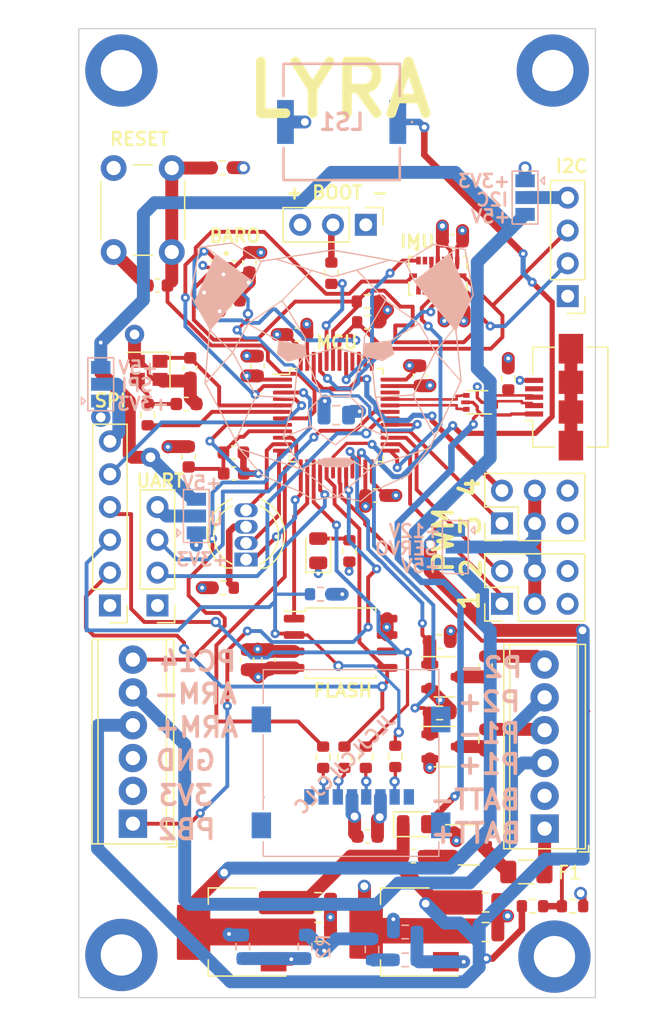
<source format=kicad_pcb>
(kicad_pcb (version 20221018) (generator pcbnew)
  (layers (0 "F.Cu" signal) (1 "In1.Cu" signal) (2 "In2.Cu" signal) (31 "B.Cu" signal) (34 "B.Paste" user) (35 "F.Paste" user) (36 "B.SilkS" user "B.Silkscreen") (37 "F.SilkS" user "F.Silkscreen") (38 "B.Mask" user) (39 "F.Mask" user) (44 "Edge.Cuts" user))
  (net 0 "")
  (net 1 "GND")
  (net 2 "+5V")
  (net 3 "+12V")
  (net 4 "+3V3")
  (net 5 "USB CON D-")
  (net 6 "Net-(U1-ADJ)")
  (net 7 "USB D+")
  (net 8 "USB D-")
  (net 9 "Net-(D2-K)")
  (net 10 "USB CON D+")
  (net 11 "OSCIN")
  (net 12 "OSCOUT")
  (net 13 "RESET")
  (net 14 "BOOT0")
  (net 15 "VBUS")
  (net 16 "LED RED")
  (net 17 "LED BLUE")
  (net 18 "LED GREEN")
  (net 19 "SCK")
  (net 20 "MISO")
  (net 21 "MOSI")
  (net 22 "ARM-")
  (net 23 "SERVO1")
  (net 24 "SERVO2")
  (net 25 "SERVO3")
  (net 26 "USART1 TX")
  (net 27 "USART1 RX")
  (net 28 "SCL")
  (net 29 "SDA")
  (net 30 "BUZZER")
  (net 31 "+BATT")
  (net 32 "ACCEL INT1")
  (net 33 "Net-(Q2-D)")
  (net 34 "P1-")
  (net 35 "P2-")
  (net 36 "+3.3VA")
  (net 37 "Net-(J9-Pin_2)")
  (net 38 "BATT SENSE")
  (net 39 "BARO INT")
  (net 40 "FLASH CS")
  (net 41 "ACCEL INT2")
  (net 42 "GYRO INT4")
  (net 43 "GYRO INT3")
  (net 44 "SERVO4")
  (net 45 "CS SD")
  (net 46 "Net-(C20-Pad1)")
  (net 47 "P2 EN")
  (net 48 "P1 EN")
  (net 49 "Net-(D3-A)")
  (net 51 "unconnected-(J1-Shield-Pad6)")
  (net 53 "Net-(J8-CD{slash}DAT3)")
  (net 54 "Net-(J8-CMD)")
  (net 55 "Net-(J8-CLK)")
  (net 56 "Net-(J8-DAT0)")
  (net 62 "Net-(Q1-S)")
  (net 63 "Net-(Q3-D)")
  (net 64 "Net-(U2-ADJ)")
  (net 71 "CS BRKOUT")
  (net 72 "PC14")
  (net 73 "Net-(R1-Pad2)")
  (net 74 "UART POWER")
  (net 75 "SERVO POWER")
  (net 76 "SPI POWER")
  (net 77 "I2C POWER")
  (net 78 "PB2")
  (net 80 "Net-(Q1-D)")
  (footprint "Capacitor_SMD:C_0603_1608Metric" (layer "F.Cu") (at 156.1468 89.6112 180)
    (fp_text reference "C17")
    (fp_text value "1uf")
  )
  (footprint "Resistor_SMD:R_0603_1608Metric" (layer "F.Cu") (at 175.641 110.236 -90)
    (fp_text reference "R8")
    (fp_text value "10")
  )
  (footprint "Package_SO:SOIC-8_5.23x5.23mm_P1.27mm" (layer "F.Cu") (at 164.421 102.743)
    (fp_text reference "U6")
    (fp_text value "W25Q32JVSS")
  )
  (footprint "Resistor_SMD:R_0603_1608Metric" (layer "F.Cu") (at 182.375 123.1)
    (fp_text reference "R13")
    (fp_text value "10k")
  )
  (footprint "Connector_PinHeader_2.54mm:PinHeader_1x04_P2.54mm_Vertical" (layer "F.Cu") (at 182 75.88 180)
    (fp_text reference "J10")
    (fp_text value "I2C Breakout")
  )
  (footprint "Capacitor_SMD:C_0603_1608Metric" (layer "F.Cu") (at 152.781 81.4324 90)
    (fp_text reference "C19")
    (fp_text value "6pf")
  )
  (footprint "Resistor_SMD:R_0603_1608Metric" (layer "F.Cu") (at 168.656 111.506 90)
    (fp_text reference "R23")
    (fp_text value "3.3k")
  )
  (footprint "Resistor_SMD:R_0603_1608Metric" (layer "F.Cu") (at 163.703 74.105 -90)
    (fp_text reference "R21")
    (fp_text value "100K")
  )
  (footprint "TerminalBlock_Phoenix:TerminalBlock_Phoenix_MPT-0,5-6-2.54_1x06_P2.54mm_Horizontal" (layer "F.Cu") (at 180.213 117.094 90)
    (fp_text reference "J7")
    (fp_text value "Screw_Terminal_01x06")
  )
  (footprint "Capacitor_SMD:C_0603_1608Metric" (layer "F.Cu") (at 173.2 76.962)
    (fp_text reference "C6")
    (fp_text value "0.1uf")
  )
  (footprint "Inductor_SMD:L_0603_1608Metric" (layer "F.Cu") (at 152.654 88.3135 90)
    (fp_text reference "FB2")
    (fp_text value "600 @ 600MHz")
  )
  (footprint "Capacitor_SMD:C_0603_1608Metric" (layer "F.Cu") (at 161.049 78.867 180)
    (fp_text reference "C15")
    (fp_text value "100nf")
  )
  (footprint "Inductor_SMD:L_0603_1608Metric" (layer "F.Cu") (at 170.053 119.2276 180)
    (fp_text reference "FB1")
    (fp_text value "600 @600mhz")
  )
  (footprint "Resistor_SMD:R_0603_1608Metric" (layer "F.Cu") (at 166.5 76.3 180)
    (fp_text reference "R16")
    (fp_text value "2k2")
  )
  (footprint "Fuse:Fuse_1206_3216Metric" (layer "F.Cu") (at 178.8 120.45 180)
    (fp_text reference "F1")
    (fp_text value "Polyfuse_Small")
  )
  (footprint "LED_SMD:LED_0805_2012Metric" (layer "F.Cu") (at 162.687 95.5825 90)
    (fp_text reference "D3")
    (fp_text value "LED")
  )
  (footprint "Resistor_SMD:R_0603_1608Metric" (layer "F.Cu") (at 177.4 82.275 -90)
    (fp_text reference "R3")
    (fp_text value "1k5")
  )
  (footprint "Capacitor_SMD:C_0603_1608Metric" (layer "F.Cu") (at 158.833 104.013 90)
    (fp_text reference "C9")
    (fp_text value "1uf")
  )
  (footprint "Resistor_SMD:R_0603_1608Metric" (layer "F.Cu") (at 163.068 111.57 90)
    (fp_text reference "R20")
    (fp_text value "3.3k")
  )
  (footprint "Package_TO_SOT_SMD:SOT-666" (layer "F.Cu") (at 175.006 84.1 180)
    (fp_text reference "U3")
    (fp_text value "USBLC6-2SC6")
  )
  (footprint "Capacitor_SMD:C_0603_1608Metric" (layer "F.Cu") (at 167.119 91.313)
    (fp_text reference "C14")
    (fp_text value "100nf")
  )
  (footprint "Connector_PinHeader_2.54mm:PinHeader_2x03_P2.54mm_Vertical" (layer "F.Cu") (at 176.911 99.695 90)
    (fp_text reference "J6")
    (fp_text value "Conn_02x03_Top_Bottom")
  )
  (footprint "Resistor_SMD:R_0603_1608Metric" (layer "F.Cu") (at 166.525 77.9 180)
    (fp_text reference "R14")
    (fp_text value "2k2")
  )
  (footprint "Resistor_SMD:R_0603_1608Metric" (layer "F.Cu") (at 155.325 98.45)
    (fp_text reference "R6")
    (fp_text value "470")
  )
  (footprint "Package_TO_SOT_SMD:SOT-23-3" (layer "F.Cu") (at 174.3401 118.3488)
    (fp_text reference "Q1")
    (fp_text value "AO3401A")
  )
  (footprint "Connector_PinHeader_2.54mm:PinHeader_1x04_P2.54mm_Vertical" (layer "F.Cu") (at 150.241 99.822 180)
    (fp_text reference "J2")
    (fp_text value "UART Breakout")
  )
  (footprint "Capacitor_SMD:C_0603_1608Metric" (layer "F.Cu") (at 155.829 76.2)
    (fp_text reference "C8")
    (fp_text value "0.1uf")
  )
  (footprint "Resistor_SMD:R_0603_1608Metric" (layer "F.Cu") (at 175.63 104.582 -90)
    (fp_text reference "R11")
    (fp_text value "10")
  )
  (footprint "Capacitor_SMD:C_0603_1608Metric" (layer "F.Cu") (at 156.1208 87.9856 180)
    (fp_text reference "C18")
    (fp_text value "0.01uf")
  )
  (footprint "MountingHole:MountingHole_3.2mm_M3_DIN965_Pad" (layer "F.Cu") (at 147.447 126.873)
    (fp_text reference "H4")
    (fp_text value "MountingHole_Pad")
  )
  (footprint "Capacitor_SMD:C_0805_2012Metric" (layer "F.Cu") (at 175.641 125.095)
    (fp_text reference "C3")
    (fp_text value "1uf")
  )
  (footprint "Resistor_SMD:R_0603_1608Metric" (layer "F.Cu") (at 149.479 85.0514 -90)
    (fp_text reference "R22")
    (fp_text value "47")
  )
  (footprint "Crystal:Crystal_SMD_2520-4Pin_2.5x2.0mm" (layer "F.Cu") (at 149.563 81.622 180)
    (fp_text reference "Y1")
    (fp_text value "16MHz")
  )
  (footprint "SnapEDA Library:XDCR_BMP390L" (layer "F.Cu") (at 155.3205 74.16)
    (fp_text reference "U5")
    (fp_text value "BMP390L")
  )
  (footprint "LED_THT:LED_D5.0mm-4_RGB" (layer "F.Cu") (at 157.099 96.266 90)
    (fp_text reference "D2")
    (fp_text value "LED_RBKG")
  )
  (footprint "Connector_PinHeader_2.54mm:PinHeader_2x03_P2.54mm_Vertical" (layer "F.Cu") (at 176.911 93.472 90)
    (fp_text reference "J5")
    (fp_text value "Conn_02x03_Top_Bottom")
  )
  (footprint "Package_TO_SOT_SMD:SOT-223-3_TabPin2" (layer "F.Cu") (at 169.418 125.095 180)
    (fp_text reference "U1")
    (fp_text value "LM317_SOT-223")
  )
  (footprint "Resistor_SMD:R_0603_1608Metric" (layer "F.Cu") (at 165.1 95.6 -90)
    (fp_text reference "R10")
    (fp_text value "470")
  )
  (footprint "Package_QFP:LQFP-48_7x7mm_P0.5mm" (layer "F.Cu") (at 164.084 85.09)
    (fp_text reference "U7")
    (fp_text value "STM32F103C8Tx")
  )
  (footprint "Capacitor_SMD:C_0603_1608Metric" (layer "F.Cu") (at 157.353 73.266 -90)
    (fp_text reference "C7")
    (fp_text value "0.1uf")
  )
  (footprint "Capacitor_SMD:C_0603_1608Metric" (layer "F.Cu") (at 152.4762 84.2264)
    (fp_text reference "C20")
    (fp_text value "6pf")
  )
  (footprint "Connector_USB:USB_Micro-B_Amphenol_10104110_Horizontal" (layer "F.Cu") (at 180.95 83.7 90)
    (fp_text reference "J1")
    (fp_text value "USB_B_Micro")
  )
  (footprint "Package_TO_SOT_SMD:SOT-23-3" (layer "F.Cu") (at 172.4715 110.744)
    (fp_text reference "Q2")
    (fp_text value "Q_NMOS_GSD")
  )
  (footprint "Package_TO_SOT_SMD:SOT-23-3" (layer "F.Cu") (at 172.4605 105.344)
    (fp_text reference "Q3")
    (fp_text value "Q_NMOS_GSD")
  )
  (footprint "Connector_PinHeader_2.54mm:PinHeader_1x06_P2.54mm_Vertical" (layer "F.Cu") (at 146.558 99.822 180)
    (fp_text reference "J3")
    (fp_text value "SPI Breakout")
  )
  (footprint "TerminalBlock_Phoenix:TerminalBlock_Phoenix_MPT-0,5-6-2.54_1x06_P2.54mm_Horizontal" (layer "F.Cu") (at 148.336 116.713 90)
    (fp_text reference "J4")
    (fp_text value "Screw_Terminal_01x06")
  )
  (footprint "Capacitor_SMD:C_0805_2012Metric" (layer "F.Cu") (at 162.687 122.7836)
    (fp_text reference "C2")
    (fp_text value "0.1uf")
  )
  (footprint "Resistor_SMD:R_0603_1608Metric" (layer "F.Cu") (at 164.719 111.569 90)
    (fp_text reference "R18")
    (fp_text value "3.3k")
  )
  (footprint "Package_TO_SOT_SMD:SOT-223-3_TabPin2" (layer "F.Cu") (at 156.083 125.095 180)
    (fp_text reference "U2")
    (fp_text value "LM317_SOT-223")
  )
  (footprint "Connector_PinHeader_2.54mm:PinHeader_1x03_P2.54mm_Vertical" (layer "F.Cu") (at 166.37 70.358 -90)
    (fp_text reference "J9")
    (fp_text value "BOOT 0 HEADER")
  )
  (footprint "Capacitor_SMD:C_0603_1608Metric" (layer "F.Cu") (at 173.088 71.628 180)
    (fp_text reference "C5")
    (fp_text value "0.1uf")
  )
  (footprint "Resistor_SMD:R_0603_1608Metric" (layer "F.Cu") (at 172.085 102.616 180)
    (fp_text reference "R9")
    (fp_text value "470")
  )
  (footprint "Resistor_SMD:R_0603_1608Metric" (layer "F.Cu") (at 155.258 65.9384)
    (fp_text reference "R17")
    (fp_text value "10k")
  )
  (footprint "Capacitor_SMD:C_0603_1608Metric" (layer "F.Cu") (at 170.561 82.042 90)
    (fp_text reference "C16")
    (fp_text value "100nf")
  )
  (footprint "MountingHole:MountingHole_3.2mm_M3_DIN965_Pad" (layer "F.Cu") (at 180.975 127)
    (fp_text reference "H1")
    (fp_text value "MountingHole_Pad")
  )
  (footprint "Resistor_SMD:R_0603_1608Metric" (layer "F.Cu") (at 166.37 111.57 -90)
    (fp_text reference "R19")
    (fp_text value "3.3k")
  )
  (footprint "Diode_SMD:D_0805_2012Metric" (layer "F.Cu") (at 170.2 116.75)
    (fp_text reference "D1")
    (fp_text value "D_Small")
  )
  (footprint "Capacitor_SMD:C_0603_1608Metric" (layer "F.Cu") (at 150.241 75.057)
    (fp_text reference "C11")
    (fp_text value "100nf")
  )
  (footprint "Capacitor_SMD:C_0603_1608Metric" (layer "F.Cu") (at 166.5 117.7 180)
    (fp_text reference "C12")
    (fp_text value "1uf")
  )
  (footprint "MountingHole:MountingHole_3.2mm_M3_DIN965_Pad" (layer "F.Cu") (at 147.447 58.42)
    (fp_text reference "H2")
    (fp_text value "MountingHole_Pad")
  )
  (footprint "Capacitor_SMD:C_0603_1608Metric" (layer "F.Cu") (at 157.182 104.026 90)
    (fp_text reference "C10")
    (fp_text value "0.1uf")
  )
  (footprint "MountingHole:MountingHole_3.2mm_M3_DIN965_Pad" (layer "F.Cu") (at 180.848 58.42)
    (fp_text reference "H3")
    (fp_text value "MountingHole_Pad")
  )
  (footprint "Button_Switch_THT:SW_PUSH_6mm" (layer "F.Cu") (at 146.848 72.465 90)
    (fp_text reference "SW1")
    (fp_text value "SW_MEC_5E")
  )
  (footprint "Resistor_SMD:R_0603_1608Metric" (layer "F.Cu") (at 179.2762 123.1)
    (fp_text reference "R12")
    (fp_text value "10k")
  )
  (footprint "SnapEDA Library:PQFN50P450X300X100-16N" (layer "F.Cu") (at 171.948 74.295)
    (fp_text reference "U4")
    (fp_text value "BMI088")
  )
  (footprint "Capacitor_SMD:C_0603_1608Metric" (layer "F.Cu") (at 157.988 81.293 90)
    (fp_text reference "C21")
    (fp_text value "100nf")
  )
  (footprint "Capacitor_SMD:C_0805_2012Metric" (layer "F.Cu") (at 162.687 125.095)
    (fp_text reference "C4")
    (fp_text value "1uf")
  )
  (footprint "Capacitor_SMD:C_0805_2012Metric" (layer "F.Cu") (at 175.641 122.809)
    (fp_text reference "C1")
    (fp_text value "0.1uf")
  )
  (footprint "Resistor_SMD:R_0603_1608Metric" (layer "F.Cu") (at 172.085 108.141 180)
    (fp_text reference "R7")
    (fp_text value "470")
  )
  (footprint "Resistor_SMD:R_0603_1608Metric_Pad0.98x0.95mm_HandSolder" (layer "B.Cu") (at 161.671 126.238 90)
    (fp_text reference "R2")
    (fp_text value "400")
  )
  (footprint "Jumper:SolderJumper-3_P1.3mm_Open_Pad1.0x1.5mm" (layer "B.Cu") (at 153.25 92.9 90)
    (fp_text reference "JP2")
    (fp_text value "SolderJumper_3_Open")
  )
  (footprint "Resistor_SMD:R_0603_1608Metric" (layer "B.Cu") (at 162.875 98.95)
    (fp_text reference "R15")
    (fp_text value "100k")
  )
  (footprint "Jumper:SolderJumper-3_P1.3mm_Open_Pad1.0x1.5mm" (layer "B.Cu") (at 178.7 68.25 -90)
    (fp_text reference "JP4")
    (fp_text value "SolderJumper_3_Open")
  )
  (footprint "SamacSys_Parts:MEM20670218000A" (layer "B.Cu") (at 165.227 116.839 180)
    (fp_text reference "J8")
    (fp_text value "MEM2067-02-180-00-A" hide)
  )
  (footprint "Resistor_SMD:R_0603_1608Metric" (layer "B.Cu") (at 166.85 126.45 90)
    (fp_text reference "R24")
    (fp_text value "400")
  )
  (footprint "Capacitor_SMD:C_0805_2012Metric" (layer "B.Cu") (at 164.084 85.09 180)
    (fp_text reference "C13")
    (fp_text value "10uf")
  )
  (footprint "Resistor_SMD:R_0603_1608Metric_Pad0.98x0.95mm_HandSolder" (layer "B.Cu") (at 169.418 127.254 180)
    (fp_text reference "R1")
    (fp_text value "330")
  )
  (footprint "Jumper:SolderJumper-3_P1.3mm_Open_Pad1.0x1.5mm" (layer "B.Cu") (at 145.85 82.7 90)
    (fp_text reference "JP3")
    (fp_text value "SolderJumper_3_Open")
  )
  (footprint "Jumper:SolderJumper-3_P1.3mm_Open_Pad1.0x1.5mm" (layer "B.Cu") (at 173.3 95.3 -90)
    (fp_text reference "JP1")
    (fp_text value "SolderJumper_3_Open")
  )
  (footprint "Resistor_SMD:R_0603_1608Metric_Pad0.98x0.95mm_HandSolder" (layer "B.Cu") (at 169.418 125.095)
    (fp_text reference "R4")
    (fp_text value "240")
  )
  (footprint "LOGO" (layer "B.Cu") (at 163.75 81.75 180)
    (fp_text reference "G***")
    (fp_text value "LOGO" hide)
  )
  (footprint "SamacSys_Parts:PKMCS0909E4000R1" (layer "B.Cu") (at 164.5 62.4 180)
    (fp_text reference "LS1")
    (fp_text value "PKMCS0909E4000-R1" hide)
  )
  (footprint "Resistor_SMD:R_0603_1608Metric_Pad0.98x0.95mm_HandSolder" (layer "B.Cu") (at 156.845 126.238 -90)
    (fp_text reference "R5")
    (fp_text value "240")
  )
  (gr_rect (start 144.145 55.175) (end 184.145 130.175) (stroke (width 0.1)) (fill none) (layer "Edge.Cuts"))
  (gr_text "JLCJLCJLCJLC" (at 168.9 108.75 45) (layer "B.SilkS") (effects (font (size 1 1) (thickness 0.2) bold) (justify left bottom mirror)))
  (gr_text "SERVO" (at 172 96) (layer "B.SilkS") (effects (font (size 1 1) (thickness 0.2) bold) (justify left bottom mirror)))
  (gr_text "SPI\n" (at 150 83.35) (layer "B.SilkS") (effects (font (size 1 1) (thickness 0.2) bold) (justify left bottom mirror)))
  (gr_text "+3V3" (at 177.65 67.55) (layer "B.SilkS") (effects (font (size 1 1) (thickness 0.2) bold) (justify left bottom mirror)))
  (gr_text "+5V" (at 177.7 70.3) (layer "B.SilkS") (effects (font (size 1 1) (thickness 0.2) bold) (justify left bottom mirror)))
  (gr_text "ARM+\n\n" (at 156.65 112.55) (layer "B.SilkS") (effects (font (size 1.5 1.5) (thickness 0.3) bold) (justify left bottom mirror)))
  (gr_text "ARM-\n" (at 156.55 107.55) (layer "B.SilkS") (effects (font (size 1.5 1.5) (thickness 0.3) bold) (justify left bottom mirror)))
  (gr_text "P1+\n" (at 178.5 113) (layer "B.SilkS") (effects (font (size 1.5 1.5) (thickness 0.3) bold) (justify left bottom mirror)))
  (gr_text "U" (at 155.45 93.7) (layer "B.SilkS") (effects (font (size 1 1) (thickness 0.2) bold) (justify left bottom mirror)))
  (gr_text "PB2" (at 154.9 118.05) (layer "B.SilkS") (effects (font (size 1.5 1.5) (thickness 0.3) bold) (justify left bottom mirror)))
  (gr_text "I2C\n" (at 177.5 69) (layer "B.SilkS") (effects (font (size 1 1) (thickness 0.2) bold) (justify left bottom mirror)))
  (gr_text "P2-\n" (at 178.65 105.5) (layer "B.SilkS") (effects (font (size 1.5 1.5) (thickness 0.3) bold) (justify left bottom mirror)))
  (gr_text "BATT-\n" (at 178.5 115.75) (layer "B.SilkS") (effects (font (size 1.5 1.5) (thickness 0.3) bold) (justify left bottom mirror)))
  (gr_text "+12V" (at 172.3 94.65) (layer "B.SilkS") (effects (font (size 1 1) (thickness 0.2) bold) (justify left bottom mirror)))
  (gr_text "P1-" (at 178.5 110.6) (layer "B.SilkS") (effects (font (size 1.5 1.5) (thickness 0.3) bold) (justify left bottom mirror)))
  (gr_text "+5V" (at 172.3 97.35) (layer "B.SilkS") (effects (font (size 1 1) (thickness 0.2) bold) (justify left bottom mirror)))
  (gr_text "+5V" (at 155.35 90.9) (layer "B.SilkS") (effects (font (size 1 1) (thickness 0.2) bold) (justify left bottom mirror)))
  (gr_text "+3V3" (at 151.25 84.8) (layer "B.SilkS") (effects (font (size 1 1) (thickness 0.2) bold) (justify left bottom mirror)))
  (gr_text "3V3" (at 154.7 115.4) (layer "B.SilkS") (effects (font (size 1.5 1.5) (thickness 0.3) bold) (justify left bottom mirror)))
  (gr_text "+5V" (at 150.4 82) (layer "B.SilkS") (effects (font (size 1 1) (thickness 0.2) bold) (justify left bottom mirror)))
  (gr_text "+3V3" (at 155.85 96.85) (layer "B.SilkS") (effects (font (size 1 1) (thickness 0.2) bold) (justify left bottom mirror)))
  (gr_text "PC14\n\n" (at 156.5 107.45) (layer "B.SilkS") (effects (font (size 1.5 1.5) (thickness 0.3) bold) (justify left bottom mirror)))
  (gr_text "GND" (at 154.9 112.7) (layer "B.SilkS") (effects (font (size 1.5 1.5) (thickness 0.3) bold) (justify left bottom mirror)))
  (gr_text "P2+\n" (at 178.5 108.15) (layer "B.SilkS") (effects (font (size 1.5 1.5) (thickness 0.3) bold) (justify left bottom mirror)))
  (gr_text "BATT+\n\n" (at 178.55 120.75) (layer "B.SilkS") (effects (font (size 1.5 1.5) (thickness 0.3) bold) (justify left bottom mirror)))
  (gr_text "+ BOOT -" (at 160.1 68.45) (layer "F.SilkS") (effects (font (size 1 1) (thickness 0.2) bold) (justify left bottom)))
  (gr_text "LYRA\n" (at 156.8 62.25) (layer "F.SilkS") (effects (font (size 4 4) (thickness 0.75) bold) (justify left bottom)))
  (gr_text "RESET" (at 146.45 64.3) (layer "F.SilkS") (effects (font (size 1 1) (thickness 0.2) bold) (justify left bottom)))
  (gr_text "I2C\n" (at 180.95 66.4) (layer "F.SilkS") (effects (font (size 1 1) (thickness 0.2) bold) (justify left bottom)))
  (gr_text "4" (at 175.3 91.6 90) (layer "F.SilkS") (effects (font (size 1.5 1.5) (thickness 0.3) bold) (justify left bottom)))
  (gr_text "IMU\n" (at 168.9 72.25) (layer "F.SilkS") (effects (font (size 1 1) (thickness 0.2) bold) (justify left bottom)))
  (gr_text "1" (at 175.25 100.35 90) (layer "F.SilkS") (effects (font (size 1.5 1.5) (thickness 0.3) bold) (justify left bottom)))
  (gr_text "2" (at 175.4 97.85 90) (layer "F.SilkS") (effects (font (size 1.5 1.5) (thickness 0.3) bold) (justify left bottom)))
  (gr_text "BARO" (at 154.15 71.8) (layer "F.SilkS") (effects (font (size 1 1) (thickness 0.2) bold) (justify left bottom)))
  (gr_text "FLASH" (at 162.2 107) (layer "F.SilkS") (effects (font (size 1 1) (thickness 0.2) bold) (justify left bottom)))
  (gr_text "3\n" (at 175.35 94.5 90) (layer "F.SilkS") (effects (font (size 1.5 1.5) (thickness 0.3) bold) (justify left bottom)))
  (gr_text "MCU\n" (at 162.4 80.05) (layer "F.SilkS") (effects (font (size 1 1) (thickness 0.2) bold) (justify left bottom)))
  (gr_text "PWM" (at 173.25 97.4 90) (layer "F.SilkS") (effects (font (size 1.5 1.5) (thickness 0.3) bold) (justify left bottom)))
  (gr_text "SPI" (at 145.25 84.55) (layer "F.SilkS") (effects (font (size 1 1) (thickness 0.2) bold) (justify left bottom)))
  (gr_text "UART\n" (at 148.5 90.75) (layer "F.SilkS") (effects (font (size 1 1) (thickness 0.2) bold) (justify left bottom)))
  (segment (start 163.637 123.9622) (end 163.637 124.968) (width 1) (layer "F.Cu") (net 1))
  (segment (start 160.821 104.648) (end 158.973 104.648) (width 1) (layer "F.Cu") (net 1))
  (segment (start 148.463 80.772) (end 148.463 78.8416) (width 1) (layer "F.Cu") (net 1))
  (segment (start 152.781 82.2074) (end 152.781 83.7562) (width 1) (layer "F.Cu") (net 1))
  (segment (start 172.3 70.45) (end 172.3 71.615) (width 1) (layer "F.Cu") (net 1))
  (segment (start 173.385891 118.024223) (end 173.385891 117.582091) (width 1) (layer "F.Cu") (net 1))
  (segment (start 161.824 78.867) (end 161.824 80.9175) (width 0.3) (layer "F.Cu") (net 1))
  (segment (start 156.604 75.5266) (end 157.3022 74.8284) (width 1) (layer "F.Cu") (net 1))
  (segment (start 158.973 104.648) (end 158.833 104.788) (width 1) (layer "F.Cu") (net 1))
  (segment (start 176.591 123.85) (end 176.591 125.095) (width 1) (layer "F.Cu") (net 1))
  (segment (start 172.948 74.78896) (end 172.948 75.46) (width 0.3) (layer "F.Cu") (net 1))
  (segment (start 156.9218 89.6112) (end 158.05 89.6112) (width 0.508) (layer "F.Cu") (net 1))
  (segment (start 162.687 97.3582) (end 162.687 96.52) (width 0.508) (layer "F.Cu") (net 1))
  (segment (start 172.3 71.615) (end 172.313 71.628) (width 1) (layer "F.Cu") (net 1))
  (segment (start 166.344 92.144) (end 166.35 92.15) (width 1) (layer "F.Cu") (net 1))
  (segment (start 171.948 71.993) (end 171.948 73.13) (width 0.3) (layer "F.Cu") (net 1))
  (segment (start 161.8 78.05) (end 161.8 78.843) (width 1) (layer "F.Cu") (net 1))
  (segment (start 168.2465 82.84) (end 170.538 82.84) (width 0.3) (layer "F.Cu") (net 1))
  (segment (start 175 83.748) (end 175 82.9) (width 0.254) (layer "F.Cu") (net 1))
  (segment (start 149.563 81.963) (end 149.922 82.322) (width 0.3) (layer "F.Cu") (net 1))
  (segment (start 148.963 80.922) (end 149.563 81.522) (width 0.3) (layer "F.Cu") (net 1))
  (segment (start 157.353 74.041) (end 157.353 74.7776) (width 1) (layer "F.Cu") (net 1))
  (segment (start 172.313 71.628) (end 171.948 71.993) (width 0.3) (layer "F.Cu") (net 1))
  (segment (start 156.604 76.2) (end 156.604 75.5266) (width 1) (layer "F.Cu") (net 1))
  (segment (start 150.6866 82.4484) (end 150.663 82.472) (width 1) (layer "F.Cu") (net 1))
  (segment (start 167.275 117.7) (end 167.275 116.375) (width 1) (layer "F.Cu") (net 1))
  (segment (start 171.323 112.3696) (end 171.323 111.705) (width 1) (layer "F.Cu") (net 1))
  (segment (start 183.2 123.1) (end 183.2 122.3) (width 0.508) (layer "F.Cu") (net 1))
  (segment (start 152.781 82.2074) (end 152.54 82.4484) (width 1) (layer "F.Cu") (net 1))
  (segment (start 163.637 123.9418) (end 163.6268 123.952) (width 1) (layer "F.Cu") (net 1))
  (segment (start 173.975 77.775) (end 173.95 77.8) (width 1) (layer "F.Cu") (net 1))
  (segment (start 152.54 82.4484) (end 150.6866 82.4484) (width 1) (layer "F.Cu") (net 1))
  (segment (start 170.448 75.46) (end 170.448 74.78896) (width 0.3) (layer "F.Cu") (net 1))
  (segment (start 156.083 74.66) (end 156.083 75.0056) (width 0.3) (layer "F.Cu") (net 1))
  (segment (start 156.083 75.0056) (end 156.604 75.5266) (width 0.3) (layer "F.Cu") (net 1))
  (segment (start 157.4676 104.788) (end 157.195 104.788) (width 1) (layer "F.Cu") (net 1))
  (segment (start 161.824 80.9175) (end 161.834 80.9275) (width 0.3) (layer "F.Cu") (net 1))
  (segment (start 172.91 108.141) (end 172.91 107.881) (width 1) (layer "F.Cu") (net 1))
  (segment (start 158.61 104.788) (end 158.0388 105.3592) (width 1) (layer "F.Cu") (net 1))
  (segment (start 172.1662 107.1372) (end 172.1358 107.1372) (width 1) (layer "F.Cu") (net 1))
  (segment (start 172.1358 107.1068) (end 171.323 106.294) (width 1) (layer "F.Cu") (net 1))
  (segment (start 171.323 111.705) (end 171.334 111.694) (width 1) (layer "F.Cu") (net 1))
  (segment (start 178.3 82.4) (end 179.4 82.4) (width 0.3) (layer "F.Cu") (net 1))
  (segment (start 176.591 122.809) (end 176.591 123.85) (width 1) (layer "F.Cu") (net 1))
  (segment (start 172.923 72.323) (end 172.923 73.105) (width 0.3) (layer "F.Cu") (net 1))
  (segment (start 171.305918 82.817) (end 171.336459 82.786459) (width 1) (layer "F.Cu") (net 1))
  (segment (start 167.275 116.375) (end 167.45 116.2) (width 1) (layer "F.Cu") (net 1))
  (segment (start 172.948 75.46) (end 172.948 75.935) (width 0.3) (layer "F.Cu") (net 1))
  (segment (start 154.558 74.66) (end 154.558 74.892) (width 0.254) (layer "F.Cu") (net 1))
  (segment (start 183.2 122.3) (end 183 122.1) (width 0.508) (layer "F.Cu") (net 1))
  (segment (start 170.448 74.78896) (end 170.861959 74.375) (width 0.3) (layer "F.Cu") (net 1))
  (segment (start 149.563 81.522) (end 149.563 81.963) (width 0.3) (layer "F.Cu") (net 1))
  (segment (start 150.163 82.472) (end 150.663 82.472) (width 0.508) (layer "F.Cu") (net 1))
  (segment (start 172.313 71.628) (end 172.313 71.713) (width 0.3) (layer "F.Cu") (net 1))
  (segment (start 172.923 73.105) (end 172.948 73.13) (width 0.3) (layer "F.Cu") (net 1))
  (segment (start 158.0388 105.3592) (end 157.4676 104.788) (width 1) (layer "F.Cu") (net 1))
  (segment (start 158.833 104.788) (end 158.61 104.788) (width 1) (layer "F.Cu") (net 1))
  (segment (start 176.591 123.85) (end 177.35 123.85) (width 1) (layer "F.Cu") (net 1))
  (segment (start 166.344 91.313) (end 166.344 92.144) (width 1) (layer "F.Cu") (net 1))
  (segment (start 156.8958 87.9856) (end 156.8958 89.5852) (width 0.508) (layer "F.Cu") (net 1))
  (segment (start 149.44 75.057) (end 146.848 72.465) (width 1) (layer "F.Cu") (net 1))
  (segment (start 156.8958 89.5852) (end 156.9218 89.6112) (width 0.508) (layer "F.Cu") (net 1))
  (segment (start 173.975 76.962) (end 173.975 77.775) (width 1) (layer "F.Cu") (net 1))
  (segment (start 175.931 84.1) (end 175.352 84.1) (width 0.254) (layer "F.Cu") (net 1))
  (segment (start 175.352 84.1) (end 175 83.748) (width 0.254) (layer "F.Cu") (net 1))
  (segment (start 163.637 122.555) (end 163.637 123.9418) (width 1) (layer "F.Cu") (net 1))
  (segment (start 172.53404 74.375) (end 172.948 74.78896) (width 0.3) (layer "F.Cu") (net 1))
  (segment (start 157.988 80.518) (end 157.168 80.518) (width 1) (layer "F.Cu") (net 1))
  (segment (start 172.313 71.713) (end 172.923 72.323) (width 0.3) (layer "F.Cu") (net 1))
  (segment (start 172.948 75.935) (end 173.975 76.962) (width 0.3) (layer "F.Cu") (net 1))
  (segment (start 157.353 74.7776) (end 157.3022 74.8284) (width 1) (layer "F.Cu") (net 1))
  (segment (start 163.6268 123.952) (end 163.637 123.9622) (width 1) (layer "F.Cu") (net 1))
  (segment (start 153.91 73.66) (end 153.75 73.5) (width 0.254) (layer "F.Cu") (net 1))
  (segment (start 172.91 102.616) (end 172.91 101.84) (width 1) (layer "F.Cu") (net 1))
  (segment (start 172.91 101.84) (end 172.95 101.8) (width 1) (layer "F.Cu") (net 1))
  (segment (start 173.385891 117.582091) (end 173.2026 117.3988) (width 1) (layer "F.Cu") (net 1))
  (segment (start 148.688 80.922) (end 148.963 80.922) (width 0.3) (layer "F.Cu") (net 1))
  (segment (start 152.781 83.7562) (end 153.2512 84.2264) (width 1) (layer "F.Cu") (net 1))
  (segment (start 170.861959 74.375) (end 172.53404 74.375) (width 0.3) (layer "F.Cu") (net 1))
  (segment (start 157.168 80.518) (end 157.15 80.5) (width 1) (layer "F.Cu") (net 1))
  (segment (start 172.1358 107.1372) (end 172.1358 107.1068) (width 1) (layer "F.Cu") (net 1))
  (segment (start 159.9215 85.84) (end 155.56 85.84) (width 0.3) (layer "F.Cu") (net 1))
  (segment (start 166.334 89.2525) (end 166.334 91.303) (width 0.3) (layer "F.Cu") (net 1))
  (segment (start 148.463 80.772) (end 148.871 80.772) (width 0.508) (layer "F.Cu") (net 1))
  (segment (start 172.91 107.881) (end 172.1662 107.1372) (width 1) (layer "F.Cu") (net 1))
  (segment (start 157.195 104.788) (end 157.182 104.801) (width 1) (layer "F.Cu") (net 1))
  (segment (start 166.334 91.303) (end 166.344 91.313) (width 0.3) (layer "F.Cu") (net 1))
  (segment (start 154.558 73.66) (end 153.91 73.66) (width 0.254) (layer "F.Cu") (net 1))
  (segment (start 156.083 74.16) (end 157.234 74.16) (width 0.3) (layer "F.Cu") (net 1))
  (segment (start 170.561 82.817) (end 171.305918 82.817) (width 1) (layer "F.Cu") (net 1))
  (segment (start 149.922 82.322) (end 150.438 82.322) (width 0.3) (layer "F.Cu") (net 1))
  (segment (start 161.8 78.843) (end 161.824 78.867) (width 1) (layer "F.Cu") (net 1))
  (segment (start 155.56 85.84) (end 154.3 87.1) (width 0.3) (layer "F.Cu") (net 1))
  (segment (start 149.466 75.057) (end 149.44 75.057) (width 1) (layer "F.Cu") (net 1))
  (segment (start 154.558 74.892) (end 153.85 75.6) (width 0.254) (layer "F.Cu") (net 1))
  (segment (start 158.833 104.788) (end 157.195 104.788) (width 1) (layer "F.Cu") (net 1))
  (segment (start 170.538 82.84) (end 170.561 82.817) (width 0.3) (layer "F.Cu") (net 1))
  (segment (start 153.7 98.45) (end 154.5 98.45) (width 1) (layer "F.Cu") (net 1))
  (segment (start 157.234 74.16) (end 157.353 74.041) (width 0.3) (layer "F.Cu") (net 1))
  (via (at 171.323 112.3696) (size 0.7) (drill 0.3) (layers "F.Cu" "B.Cu") (net 1))
  (via (at 161.8 78.05) (size 0.7) (drill 0.3) (layers "F.Cu" "B.Cu") (net 1))
  (via (at 158.0388 105.3592) (size 0.7) (drill 0.3) (layers "F.Cu" "B.Cu") (net 1))
  (via (at 172.1358 107.1372) (size 0.7) (drill 0.3) (layers "F.Cu" "B.Cu") (net 1))
  (via (at 166.35 92.15) (size 0.7) (drill 0.3) (layers "F.Cu" "B.Cu") (net 1))
  (via (at 183 122.1) (size 1) (drill 0.6) (layers "F.Cu" "B.Cu") (net 1))
  (via (at 153.85 75.6) (size 0.7) (drill 0.3) (layers "F.Cu" "B.Cu") (net 1))
  (via (at 158.05 89.6112) (size 0.7) (drill 0.3) (layers "F.Cu" "B.Cu") (net 1))
  (via (at 161.65 62.4) (size 1) (drill 0.6) (layers "F.Cu" "B.Cu") (net 1))
  (via (at 163.1442 126.5428) (size 0.7) (drill 0.3) (layers "F.Cu" "B.Cu") (net 1))
  (via (at 171.336459 82.786459) (size 0.7) (drill 0.3) (layers "F.Cu" "B.Cu") (net 1))
  (via (at 177.35 123.85) (size 0.8) (drill 0.4) (layers "F.Cu" "B.Cu") (net 1))
  (via (at 173.95 77.8) (size 0.7) (drill 0.3) (layers "F.Cu" "B.Cu") (net 1))
  (via (at 148.463 78.8416) (size 1.5) (drill 0.75) (layers "F.Cu" "B.Cu") (net 1))
  (via (at 163.6268 123.952) (size 0.7) (drill 0.3) (layers "F.Cu" "B.Cu") (net 1))
  (via (at 162.687 97.3582) (size 0.7) (drill 0.3) (layers "F.Cu" "B.Cu") (net 1))
  (via (at 178.3 82.4) (size 0.7) (drill 0.3) (layers "F.Cu" "B.Cu") (net 1))
  (via (at 165.9 84.8) (size 0.7) (drill 0.3) (layers "F.Cu" "B.Cu") (net 1))
  (via (at 164.55 98.95) (size 0.7) (drill 0.3) (layers "F.Cu" "B.Cu") (net 1))
  (via (at 154.3 87.1) (size 0.7) (drill 0.3) (layers "F.Cu" "B.Cu") (net 1))
  (via (at 172.95 101.8) (size 0.7) (drill 0.3) (layers "F.Cu" "B.Cu") (net 1))
  (via (at 173.385891 118.024223) (size 0.7) (drill 0.3) (layers "F.Cu" "B.Cu") (net 1))
  (via (at 153.7 98.45) (size 0.7) (drill 0.3) (layers "F.Cu" "B.Cu") (net 1))
  (via (at 157.3022 74.8284) (size 0.7) (drill 0.3) (layers "F.Cu" "B.Cu") (net 1))
  (via (at 157.15 80.5) (size 0.7) (drill 0.3) (layers "F.Cu" "B.Cu") (net 1))
  (via (at 175 82.9) (size 0.7) (drill 0.3) (layers "F.Cu" "B.Cu") (net 1))
  (via (at 153.75 73.5) (size 0.7) (drill 0.3) (layers "F.Cu" "B.Cu") (net 1))
  (via (at 172.3 70.45) (size 0.8) (drill 0.4) (layers "F.Cu" "B.Cu") (net 1))
  (via (at 167.45 116.2) (size 1) (drill 0.6) (layers "F.Cu" "B.Cu") (net 1))
  (segment (start 156.8112 89.6112) (end 158.05 89.6112) (width 0.3) (layer "B.Cu") (net 1))
  (segment (start 163.7 98.95) (end 164.55 98.95) (width 1) (layer "B.Cu") (net 1))
  (segment (start 160.15 62.4) (end 161.65 62.4) (width 1) (layer "B.Cu") (net 1))
  (segment (start 161.9269 125.3255) (end 163.1442 126.5428) (width 1) (layer "B.Cu") (net 1))
  (segment (start 167.502 116.148) (end 167.502 114.639) (width 1) (layer "B.Cu") (net 1))
  (segment (start 164.062 125.625) (end 163.1442 126.5428) (width 1) (layer "B.Cu") (net 1))
  (segment (start 167.45 116.2) (end 167.502 116.148) (width 1) (layer "B.Cu") (net 1))
  (segment (start 165.324 84.8) (end 165.034 85.09) (width 1) (layer "B.Cu") (net 1))
  (segment (start 154.3 87.1) (end 156.8112 89.6112) (width 0.3) (layer "B.Cu") (net 1))
  (segment (start 166.85 125.625) (end 164.062 125.625) (width 1) (layer "B.Cu") (net 1))
  (segment (start 161.671 125.3255) (end 161.9269 125.3255) (width 1) (layer "B.Cu") (net 1))
  (segment (start 165.9 84.8) (end 165.324 84.8) (width 1) (layer "B.Cu") (net 1))
  (segment (start 148.05 88.1) (end 148.3 88.35) (width 1) (layer "F.Cu") (net 2))
  (segment (start 148.05 88.1) (end 148.05 87.751321) (width 1) (layer "F.Cu") (net 2))
  (segment (start 145.85 81.8) (end 145.85 79.474701) (width 1) (layer "F.Cu") (net 2))
  (segment (start 148.05 87.751321) (end 148.058 87.743321) (width 1) (layer "F.Cu") (net 2))
  (segment (start 148.058 84.008) (end 145.85 81.8) (width 1) (layer "F.Cu") (net 2))
  (segment (start 148.3 88.35) (end 149.7 88.35) (width 1) (layer "F.Cu") (net 2))
  (segment (start 152.933 122.967) (end 155.4 120.5) (width 1) (layer "F.Cu") (net 2))
  (segment (start 148.058 87.743321) (end 148.058 84.008) (width 1) (layer "F.Cu") (net 2))
  (segment (start 152.933 125.095) (end 152.933 122.967) (width 1) (layer "F.Cu") (net 2))
  (via (at 155.7782 125.2474) (size 0.7) (drill 0.3) (layers "F.Cu" "B.Cu") (net 2))
  (via (at 145.85 79.474701) (size 0.7) (drill 0.3) (layers "F.Cu" "B.Cu") (net 2))
  (via (at 149.7 88.35) (size 1.5) (drill 0.75) (layers "F.Cu" "B.Cu") (net 2))
  (via (at 155.4 120.5) (size 1) (drill 0.6) (layers "F.Cu" "B.Cu") (net 2))
  (segment (start 155.4 120.5) (end 155.75 120.15) (width 1) (layer "B.Cu") (net 2))
  (segment (start 156.845 125.3255) (end 155.8563 125.3255) (width 1) (layer "B.Cu") (net 2))
  (segment (start 170.2 96.05) (end 170.2 94.2) (width 1) (layer "B.Cu") (net 2))
  (segment (start 152.95 91.6) (end 153.25 91.6) (width 1) (layer "B.Cu") (net 2))
  (segment (start 149.15 69.52) (end 149.15 76.174701) (width 1) (layer "B.Cu") (net 2))
  (segment (start 177.625 70.625) (end 173.3 66.3) (width 1) (layer "B.Cu") (net 2))
  (segment (start 155.75 120.15) (end 172.907014 120.15) (width 1) (layer "B.Cu") (net 2))
  (segment (start 176 82.485786) (end 175 81.485786) (width 1) (layer "B.Cu") (net 2))
  (segment (start 177.625 70.625) (end 178.7 69.55) (width 1) (layer "B.Cu") (net 2))
  (segment (start 170.2 94.2) (end 176 88.4) (width 1) (layer "B.Cu") (net 2))
  (segment (start 176 117.057014) (end 176 101.784) (width 1) (layer "B.Cu") (net 2))
  (segment (start 175 73.25) (end 177.625 70.625) (width 1) (layer "B.Cu") (net 2))
  (segment (start 173.3 96.6) (end 170.75 96.6) (width 1) (layer "B.Cu") (net 2))
  (segment (start 149.7 88.35) (end 152.95 91.6) (width 1) (layer "B.Cu") (net 2))
  (segment (start 172.907014 120.15) (end 176 117.057014) (width 1) (layer "B.Cu") (net 2))
  (segment (start 161.35 68.65) (end 150.02 68.65) (width 1) (layer "B.Cu") (net 2))
  (segment (start 155.8563 125.3255) (end 155.7782 125.2474) (width 1) (layer "B.Cu") (net 2))
  (segment (start 175 81.485786) (end 175 73.25) (width 1) (layer "B.Cu") (net 2))
  (segment (start 175.411 101.195) (end 175.411 98.711) (width 1) (layer "B.Cu") (net 2))
  (segment (start 150.02 68.65) (end 149.15 69.52) (width 1) (layer "B.Cu") (net 2))
  (segment (start 175.411 98.711) (end 173.3 96.6) (width 1) (layer "B.Cu") (net 2))
  (segment (start 176 88.4) (end 176 82.485786) (width 1) (layer "B.Cu") (net 2))
  (segment (start 170.75 96.6) (end 170.2 96.05) (width 1) (layer "B.Cu") (net 2))
  (segment (start 145.85 79.474701) (end 145.85 81.4) (width 1) (layer "B.Cu") (net 2))
  (segment (start 173.3 66.3) (end 163.7 66.3) (width 1) (layer "B.Cu") (net 2))
  (segment (start 149.15 76.174701) (end 145.85 79.474701) (width 1) (layer "B.Cu") (net 2))
  (segment (start 163.7 66.3) (end 161.35 68.65) (width 1) (layer "B.Cu") (net 2))
  (segment (start 176 101.784) (end 175.411 101.195) (width 1) (layer "B.Cu") (net 2))
  (segment (start 169.1155 120.0935) (end 171.817 122.795) (width 1) (layer "F.Cu") (net 3))
  (segment (start 169.2625 119.2246) (end 169.2655 119.2276) (width 1) (layer "F.Cu") (net 3))
  (segment (start 171.817 122.795) (end 172.568 122.795) (width 1) (layer "F.Cu") (net 3))
  (segment (start 169.1155 119.2276) (end 169.1155 120.0935) (width 1) (layer "F.Cu") (net 3))
  (segment (start 178.4512 124.884696) (end 176.185896 127.15) (width 0.508) (layer "F.Cu") (net 3))
  (segment (start 178.4512 123.1) (end 178.4512 124.884696) (width 0.508) (layer "F.Cu") (net 3))
  (segment (start 171.35 97.134) (end 171.35 95.1) (width 1) (layer "F.Cu") (net 3))
  (segment (start 161.737 122.685808) (end 165.195208 119.2276) (width 1) (layer "F.Cu") (net 3))
  (segment (start 183.15 101.75) (end 175.966 101.75) (width 1) (layer "F.Cu") (net 3))
  (segment (start 165.195208 119.2276) (end 169.1155 119.2276) (width 1) (layer "F.Cu") (net 3))
  (segment (start 169.2625 116.75) (end 169.2625 119.2246) (width 1) (layer "F.Cu") (net 3))
  (segment (start 161.737 122.7836) (end 161.737 122.685808) (width 1) (layer "F.Cu") (net 3))
  (segment (start 176.185896 127.15) (end 175.7 127.15) (width 0.508) (layer "F.Cu") (net 3))
  (segment (start 175.966 101.75) (end 171.35 97.134) (width 1) (layer "F.Cu") (net 3))
  (via (at 171.35 95.1) (size 1) (drill 0.6) (layers "F.Cu" "B.Cu") (net 3))
  (via (at 175.7 127.15) (size 0.8) (drill 0.4) (layers "F.Cu" "B.Cu") (net 3))
  (via (at 171 122.9) (size 1) (drill 0.6) (layers "F.Cu" "B.Cu") (net 3))
  (via (at 183.15 101.75) (size 1) (drill 0.6) (layers "F.Cu" "B.Cu") (net 3))
  (segment (start 175.15 125.9) (end 175.15 124.565075) (width 1) (layer "B.Cu") (net 3))
  (segment (start 172.5 124.4) (end 173.65 124.4) (width 1) (layer "B.Cu") (net 3))
  (segment (start 175.15 125.9) (end 175.15 127.826346) (width 1) (layer "B.Cu") (net 3))
  (segment (start 172.4 94) (end 173.3 94) (width 1) (layer "B.Cu") (net 3))
  (segment (start 173.65 124.4) (end 175.15 125.9) (width 1) (layer "B.Cu") (net 3))
  (segment (start 145.6 109.15) (end 145.657 109.093) (width 1) (layer "B.Cu") (net 3))
  (segment (start 180.265075 119.45) (end 183.2 119.45) (width 1) (layer "B.Cu") (net 3))
  (segment (start 171.35 95.05) (end 172.4 94) (width 1) (layer "B.Cu") (net 3))
  (segment (start 171 122.9) (end 172.5 124.4) (width 1) (layer "B.Cu") (net 3))
  (segment (start 145.657 109.093) (end 148.336 109.093) (width 1) (layer "B.Cu") (net 3))
  (segment (start 183.2 101.8) (end 183.15 101.75) (width 1) (layer "B.Cu") (net 3))
  (segment (start 175.15 124.565075) (end 180.265075 119.45) (width 1) (layer "B.Cu") (net 3))
  (segment (start 183.2 119.45) (end 183.2 101.8) (width 1) (layer "B.Cu") (net 3))
  (segment (start 174.026346 128.95) (end 155.9 128.95) (width 1) (layer "B.Cu") (net 3))
  (segment (start 145.6 118.65) (end 145.6 109.15) (width 1) (layer "B.Cu") (net 3))
  (segment (start 175.15 127.826346) (end 174.026346 128.95) (width 1) (layer "B.Cu") (net 3))
  (segment (start 171.35 95.1) (end 171.35 95.05) (width 1) (layer "B.Cu") (net 3))
  (segment (start 155.9 128.95) (end 145.6 118.65) (width 1) (layer "B.Cu") (net 3))
  (segment (start 166.268 125.095) (end 166.268 121.568) (width 1) (layer "F.Cu") (net 4))
  (segment (start 177.4 80.7) (end 177.4 81.45) (width 1) (layer "F.Cu") (net 4))
  (segment (start 151.074 87.526) (end 151.05 87.55) (width 1) (layer "F.Cu") (net 4))
  (segment (start 173.863 70.813) (end 173.85 70.8) (width 1) (layer "F.Cu") (net 4))
  (segment (start 155.054 76.2) (end 155.054 77.046) (width 1) (layer "F.Cu") (net 4))
  (segment (start 156.083 73.66) (end 156.184 73.66) (width 0.3) (layer "F.Cu") (net 4))
  (segment (start 167.4744 76.2508) (end 167.4744 77.8256) (width 1) (layer "F.Cu") (net 4))
  (segment (start 165.1 97.153922) (end 165.076608 97.177314) (width 0.508) (layer "F.Cu") (net 4))
  (segment (start 167.4744 77.5256) (end 168.05 76.95) (width 1) (layer "F.Cu") (net 4))
  (segment (start 172.425 76.962) (end 172.425 77.775) (width 1) (layer "F.Cu") (net 4))
  (segment (start 167.4744 76.3744) (end 168.05 76.95) (width 1) (layer "F.Cu") (net 4))
  (segment (start 159.5 78.85) (end 160.257 78.85) (width 1) (layer "F.Cu") (net 4))
  (segment (start 169.488 82.34) (end 170.561 81.267) (width 0.3) (layer "F.Cu") (net 4))
  (segment (start 171.598 73.8) (end 173.298 73.8) (width 0.3) (layer "F.Cu") (net 4))
  (segment (start 157.362 72.5) (end 157.353 72.491) (width 1) (layer "F.Cu") (net 4))
  (segment (start 157.97 82.05) (end 157.988 82.068) (width 1) (layer "F.Cu") (net 4))
  (segment (start 168.687 91.313) (end 168.7 91.3) (width 1) (layer "F.Cu") (net 4))
  (segment (start 173.448 73.13) (end 173.448 72.043) (width 0.3) (layer "F.Cu") (net 4))
  (segment (start 173.298 73.8) (end 173.448 73.65) (width 0.3) (layer "F.Cu") (net 4))
  (segment (start 156.184 73.66) (end 157.353 72.491) (width 0.3) (layer "F.Cu") (net 4))
  (segment (start 158.25 72.5) (end 157.362 72.5) (width 1) (layer "F.Cu") (net 4))
  (segment (start 155.5705 73.3975) (end 155.9215 73.3975) (width 0.3) (layer "F.Cu") (net 4))
  (segment (start 168.2465 82.34) (end 169.488 82.34) (width 0.3) (layer "F.Cu") (net 4))
  (segment (start 155.0705 76.1835) (end 155.054 76.2) (width 0.3) (layer "F.Cu") (net 4))
  (segment (start 167.4744 77.8256) (end 167.4744 77.5256) (width 1) (layer "F.Cu") (net 4))
  (segment (start 158.26 82.34) (end 157.988 82.068) (width 0.3) (layer "F.Cu") (net 4))
  (segment (start 160.821 103.378) (end 158.973 103.378) (width 1) (layer "F.Cu") (net 4))
  (segment (start 171.448 73.13) (end 171.448 73.65) (width 0.3) (layer "F.Cu") (net 4))
  (segment (start 165.5 116.15) (end 165.5 117.475) (width 1) (layer "F.Cu") (net 4))
  (segment (start 161.334 79.927) (end 160.274 78.867) (width 0.3) (layer "F.Cu") (net 4))
  (segment (start 166.834 90.253) (end 167.894 91.313) (width 0.3) (layer "F.Cu") (net 4))
  (segment (start 158.973 103.378) (end 158.833 103.238) (width 1) (layer "F.Cu") (net 4))
  (segment (start 172.448 76.939) (end 172.425 76.962) (width 0.3) (layer "F.Cu") (net 4))
  (segment (start 167.4744 76.2508) (end 167.4744 76.3744) (width 1) (layer "F.Cu") (net 4))
  (segment (start 155.9215 73.3975) (end 156.184 73.66) (width 0.3) (layer "F.Cu") (net 4))
  (segment (start 156.8884 65.9384) (end 156.9 65.95) (width 1) (layer "F.Cu") (net 4))
  (segment (start 173.448 72.043) (end 173.863 71.628) (width 0.3) (layer "F.Cu") (net 4))
  (segment (start 170.948 75.46) (end 170.948 74.89) (width 0.3) (layer "F.Cu") (net 4))
  (segment (start 172.425 77.775) (end 172.45 77.8) (width 1) (layer "F.Cu") (net 4))
  (segment (start 168 101.5) (end 168.021 101.521) (width 1) (layer "F.Cu") (net 4))
  (segment (start 172.448 75.46) (end 172.448 76.939) (width 0.3) (layer "F.Cu") (net 4))
  (segment (start 165.5 117.475) (end 165.725 117.7) (width 1) (layer "F.Cu") (net 4))
  (segment (start 160.257 78.85) (end 160.274 78.867) (width 1) (layer "F.Cu") (net 4))
  (segment (start 170.561 81.267) (end 169.767 81.267) (width 1) (layer "F.Cu") (net 4))
  (segment (start 156.083 65.9384) (end 156.8884 65.9384) (width 1) (layer "F.Cu") (net 4))
  (segment (start 172.358 74.8) (end 172.448 74.89) (width 0.3) (layer "F.Cu") (net 4))
  (segment (start 171.448 73.65) (end 171.598 73.8) (width 0.3) (layer "F.Cu") (net 4))
  (segment (start 159.9215 82.34) (end 158.26 82.34) (width 0.3) (layer "F.Cu") (net 4))
  (segment (start 157.15 82.05) (end 157.97 82.05) (width 1) (layer "F.Cu") (net 4))
  (segment (start 170.948 74.89) (end 171.038 74.8) (width 0.3) (layer "F.Cu") (net 4))
  (segment (start 166.834 90.253) (end 166.834 89.2525) (width 0.3) (layer "F.Cu") (net 4))
  (segment (start 168.021 100.838) (end 168.021 101.479) (width 1) (layer "F.Cu") (net 4))
  (segment (start 171.038 74.8) (end 172.358 74.8) (width 0.3) (layer "F.Cu") (net 4))
  (segment (start 161.334 80.9275) (end 161.334 79.927) (width 0.3) (layer "F.Cu") (net 4))
  (segment (start 167.894 91.313) (end 168.687 91.313) (width 1) (layer "F.Cu") (net 4))
  (segment (start 158.038 103.238) (end 158.833 103.238) (width 1) (layer "F.Cu") (net 4))
  (segment (start 158 103.2) (end 157.962 103.238) (width 1) (layer "F.Cu") (net 4))
  (segment (start 158 103.2) (end 158.038 103.238) (width 1) (layer "F.Cu") (net 4))
  (segment (start 155.0705 74.9225) (end 155.0705 76.1835) (width 0.3) (layer "F.Cu") (net 4))
  (segment (start 165.1 96.425) (end 165.1 97.153922) (width 0.508) (layer "F.Cu") (net 4))
  (segment (start 155.054 77.046) (end 155.05 77.05) (width 1) (layer "F.Cu") (net 4))
  (segment (start 172.448 74.89) (end 172.448 75.46) (width 0.3) (layer "F.Cu") (net 4))
  (segment (start 168.021 101.479) (end 168 101.5) (width 1) (layer "F.Cu") (net 4))
  (segment (start 173.448 73.65) (end 173.448 73.13) (width 0.3) (layer "F.Cu") (net 4))
  (segment (start 152.654 87.526) (end 151.074 87.526) (width 1) (layer "F.Cu") (net 4))
  (segment (start 173.863 71.628) (end 173.863 70.813) (width 1) (layer "F.Cu") (net 4))
  (segment (start 168.021 101.521) (end 168.021 102.108) (width 1) (layer "F.Cu") (net 4))
  (segment (start 157.195 103.238) (end 157.182 103.251) (width 1) (layer "F.Cu") (net 4))
  (segment (start 157.962 103.238) (end 157.195 103.238) (width 1) (layer "F.Cu") (net 4))
  (segment (start 169.767 81.267) (end 169.75 81.25) (width 1) (layer "F.Cu") (net 4))
  (segment (start 166.268 121.568) (end 166.25 121.55) (width 1) (layer "F.Cu") (net 4))
  (via (at 178.7 65.95) (size 1) (drill 0.6) (layers "F.Cu" "B.Cu") (net 4))
  (via (at 169.75 81.25) (size 0.7) (drill 0.3) (layers "F.Cu" "B.Cu") (net 4))
  (via (at 159.5 78.85) (size 0.7) (drill 0.3) (layers "F.Cu" "B.Cu") (net 4))
  (via (at 173.85 70.8) (size 0.7) (drill 0.3) (layers "F.Cu" "B.Cu") (net 4))
  (via (at 168.7 91.3) (size 0.7) (drill 0.3) (layers "F.Cu" "B.Cu") (net 4))
  (via (at 165.076608 97.177314) (size 0.7) (drill 0.3) (layers "F.Cu" "B.Cu") (net 4))
  (via (at 151.05 87.55) (size 0.7) (drill 0.3) (layers "F.Cu" "B.Cu") (net 4))
  (via (at 158.25 72.5) (size 0.7) (drill 0.3) (layers "F.Cu" "B.Cu") (net 4))
  (via (at 165.5 116.15) (size 1) (drill 0.6) (layers "F.Cu" "B.Cu") (net 4))
  (via (at 145.8505 85.25) (size 1.5) (drill 0.75) (layers "F.Cu" "B.Cu") (net 4))
  (via (at 157.15 82.05) (size 0.7) (drill 0.3) (layers "F.Cu" "B.Cu") (net 4))
  (via (at 153.25 95.15) (size 0.7) (drill 0.3) (layers "F.Cu" "B.Cu") (net 4))
  (via (at 168 101.5) (size 0.7) (drill 0.3) (layers "F.Cu" "B.Cu") (net 4))
  (via (at 166.25 121.55) (size 1) (drill 0.6) (layers "F.Cu" "B.Cu") (net 4))
  (via (at 156.9 65.95) (size 1) (drill 0.6) (layers "F.Cu" "B.Cu") (net 4))
  (via (at 163.2 84) (size 0.7) (drill 0.3) (layers "F.Cu" "B.Cu") (net 4))
  (via (at 177.4 80.7) (size 0.7) (drill 0.3) (layers "F.Cu" "B.Cu") (net 4))
  (via (at 168.05 76.95) (size 0.7) (drill 0.3) (layers "F.Cu" "B.Cu") (net 4))
  (via (at 168.5 124.102) (size 0.7) (drill 0.3) (layers "F.Cu" "B.Cu") (net 4))
  (via (at 172.45 77.8) (size 0.7) (drill 0.3) (layers "F.Cu" "B.Cu") (net 4))
  (via (at 155.05 77.05) (size 0.7) (drill 0.3) (layers "F.Cu" "B.Cu") (net 4))
  (via (at 158 103.2) (size 0.7) (drill 0.3) (layers "F.Cu" "B.Cu") (net 4))
  (segment (start 168.5055 124.1075) (end 168.5 124.102) (width 1) (layer "B.Cu") (net 4))
  (segment (start 168.5055 125.095) (end 168.5055 124.1075) (width 1) (layer "B.Cu") (net 4))
  (segment (start 163.134 85.09) (end 163.134 84.066) (width 1) (layer "B.Cu") (net 4))
  (segment (start 163.134 84.066) (end 163.2 84) (width 1) (layer "B.Cu") (net 4))
  (segment (start 165.302 115.952) (end 165.5 116.15) (width 1) (layer "B.Cu") (net 4))
  (segment (start 145.85 84) (end 145.85 85.2495) (width 1) (layer "B.Cu") (net 4))
  (segment (start 153.25 95.15) (end 153.25 94.2) (width 1) (layer "B.Cu") (net 4))
  (segment (start 145.85 85.2495) (end 145.8505 85.25) (width 1) (layer "B.Cu") (net 4))
  (segment (start 165.302 114.639) (end 165.302 115.952) (width 1) (layer "B.Cu") (net 4))
  (segment (start 178.7 66.95) (end 178.7 65.95) (width 1) (layer "B.Cu") (net 4))
  (segment (start 178.45 84.012501) (end 178.45 84.15) (width 0.2) (layer "F.Cu") (net 5))
  (segment (start 175.9935 84.5) (end 176.506 84.5) (width 0.2) (layer "F.Cu") (net 5))
  (segment (start 175.856 84.6375) (end 175.9935 84.5) (width 0.2) (layer "F.Cu") (net 5))
  (segment (start 176.506 84.012501) (end 178.45 84.012501) (width 0.2) (layer "F.Cu") (net 5))
  (segment (start 179.2 84.15) (end 179.4 84.35) (width 0.2) (layer "F.Cu") (net 5))
  (segment (start 176.506 84.5) (end 176.506 84.012501) (width 0.2) (layer "F.Cu") (net 5))
  (segment (start 178.45 84.15) (end 179.2 84.15) (width 0.2) (layer "F.Cu") (net 5))
  (segment (start 173.95 127.4) (end 172.573 127.4) (width 1) (layer "F.Cu") (net 6))
  (segment (start 172.573 127.4) (end 172.568 127.395) (width 1) (layer "F.Cu") (net 6))
  (via (at 173.95 127.4) (size 0.7) (drill 0.3) (layers "F.Cu" "B.Cu") (net 6))
  (segment (start 170.4765 127.4) (end 170.3305 127.254) (width 1) (layer "B.Cu") (net 6))
  (segment (start 173.95 127.4) (end 170.4765 127.4) (width 1) (layer "B.Cu") (net 6))
  (segment (start 170.3305 127.254) (end 170.3305 125.095) (width 1) (layer "B.Cu") (net 6))
  (segment (start 173.747499 83.596) (end 173.402 83.596) (width 0.2) (layer "F.Cu") (net 7))
  (segment (start 173.402 83.596) (end 173.402 83.875) (width 0.2) (layer "F.Cu") (net 7))
  (segment (start 173.780999 83.5625) (end 173.747499 83.596) (width 0.2) (layer "F.Cu") (net 7))
  (segment (start 173.402 83.875) (end 168.9 83.875) (width 0.2) (layer "F.Cu") (net 7))
  (segment (start 174.156 83.5625) (end 173.780999 83.5625) (width 0.2) (layer "F.Cu") (net 7))
  (segment (start 173.402 84.604) (end 173.402 84.325) (width 0.2) (layer "F.Cu") (net 8))
  (segment (start 173.402 84.325) (end 168.9 84.325) (width 0.2) (layer "F.Cu") (net 8))
  (segment (start 173.780999 84.6375) (end 173.747499 84.604) (width 0.2) (layer "F.Cu") (net 8))
  (segment (start 173.747499 84.604) (end 173.402 84.604) (width 0.2) (layer "F.Cu") (net 8))
  (segment (start 174.156 84.6375) (end 173.780999 84.6375) (width 0.2) (layer "F.Cu") (net 8))
  (segment (start 155.795 98.095) (end 155.795 94.105) (width 0.508) (layer "F.Cu") (net 9))
  (segment (start 155.795 94.105) (end 156.174 93.726) (width 0.508) (layer "F.Cu") (net 9))
  (segment (start 156.174 93.726) (end 157.099 93.726) (width 0.508) (layer "F.Cu") (net 9))
  (segment (start 156.15 98.45) (end 155.795 98.095) (width 0.508) (layer "F.Cu") (net 9))
  (segment (start 179.248897 83.5625) (end 179.386397 83.7) (width 0.2) (layer "F.Cu") (net 10))
  (segment (start 179.386397 83.7) (end 179.4 83.7) (width 0.2) (layer "F.Cu") (net 10))
  (segment (start 175.856 83.5625) (end 179.248897 83.5625) (width 0.2) (layer "F.Cu") (net 10))
  (segment (start 155.0282 84.34) (end 155.0162 84.328) (width 0.3) (layer "F.Cu") (net 11))
  (segment (start 155.0162 82.8926) (end 152.781 80.6574) (width 0.3) (layer "F.Cu") (net 11))
  (segment (start 155.0162 84.328) (end 155.0162 82.8926) (width 0.3) (layer "F.Cu") (net 11))
  (segment (start 150.7776 80.6574) (end 150.663 80.772) (width 0.3) (layer "F.Cu") (net 11))
  (segment (start 152.781 80.6574) (end 150.7776 80.6574) (width 0.3) (layer "F.Cu") (net 11))
  (segment (start 159.9215 84.34) (end 155.0282 84.34) (width 0.3) (layer "F.Cu") (net 11))
  (segment (start 154.4574 84.836) (end 159.9175 84.836) (width 0.3) (layer "F.Cu") (net 12))
  (segment (start 159.9175 84.836) (end 159.9215 84.84) (width 0.3) (layer "F.Cu") (net 12))
  (segment (start 153.417 85.8764) (end 154.4574 84.836) (width 0.3) (layer "F.Cu") (net 12))
  (segment (start 149.479 85.8764) (end 153.417 85.8764) (width 0.3) (layer "F.Cu") (net 12))
  (segment (start 158.788 80.838) (end 159.84 81.89) (width 0.3) (layer "F.Cu") (net 13))
  (segment (start 162.4 84.8) (end 161.86 85.34) (width 0.3) (layer "F.Cu") (net 13))
  (segment (start 151.016 75.057) (end 151.016 76.316) (width 0.3) (layer "F.Cu") (net 13))
  (segment (start 162.4 83.15) (end 162.4 84.8) (width 0.3) (layer "F.Cu") (net 13))
  (segment (start 161.86 85.34) (end 159.9215 85.34) (width 0.3) (layer "F.Cu") (net 13))
  (segment (start 151.016 76.316) (end 154.4 79.7) (width 0.3) (layer "F.Cu") (net 13))
  (segment (start 161.19 81.94) (end 162.4 83.15) (width 0.3) (layer "F.Cu") (net 13))
  (segment (start 151.348 65.965) (end 151.348 72.465) (width 1) (layer "F.Cu") (net 13))
  (segment (start 159.84 81.89) (end 161.064025 81.89) (width 0.3) (layer "F.Cu") (net 13))
  (segment (start 151.348 72.465) (end 151.348 74.725) (width 1) (layer "F.Cu") (net 13))
  (segment (start 154.4064 65.965) (end 154.433 65.9384) (width 1) (layer "F.Cu") (net 13))
  (segment (start 161.064025 81.89) (end 161.114025 81.94) (width 0.3) (layer "F.Cu") (net 13))
  (segment (start 151.348 65.965) (end 154.4064 65.965) (width 1) (layer "F.Cu") (net 13))
  (segment (start 158.788 80.100538) (end 158.788 80.838) (width 0.3) (layer "F.Cu") (net 13))
  (segment (start 158.387462 79.7) (end 158.788 80.100538) (width 0.3) (layer "F.Cu") (net 13))
  (segment (start 154.4 79.7) (end 158.387462 79.7) (width 0.3) (layer "F.Cu") (net 13))
  (segment (start 161.114025 81.94) (end 161.19 81.94) (width 0.3) (layer "F.Cu") (net 13))
  (segment (start 163.334 78.184) (end 163.334 80.9275) (width 0.3) (layer "F.Cu") (net 14))
  (segment (start 163.703 74.93) (end 164.52 74.93) (width 0.3) (layer "F.Cu") (net 14))
  (segment (start 164.52 74.93) (end 164.55 74.9) (width 0.3) (layer "F.Cu") (net 14))
  (segment (start 163.3 78.15) (end 163.334 78.184) (width 0.3) (layer "F.Cu") (net 14))
  (via (at 163.3 78.15) (size 0.7) (drill 0.3) (layers "F.Cu" "B.Cu") (net 14))
  (via (at 164.55 74.9) (size 0.7) (drill 0.3) (layers "F.Cu" "B.Cu") (net 14))
  (segment (start 163.3 78.15) (end 164.55 76.9) (width 0.3) (layer "B.Cu") (net 14))
  (segment (start 164.55 76.9) (end 164.55 74.9) (width 0.3) (layer "B.Cu") (net 14))
  (segment (start 174.7 85.35) (end 174.7 85.8) (width 0.254) (layer "F.Cu") (net 15))
  (segment (start 171.1375 116.75) (end 171.1375 116.7125) (width 0.508) (layer "F.Cu") (net 15))
  (segment (start 179.4 85) (end 177.65 85) (width 0.254) (layer "F.Cu") (net 15))
  (segment (start 175 84.723) (end 175 84.44) (width 0.254) (layer "F.Cu") (net 15))
  (segment (start 174.081 84.1) (end 174.66 84.1) (width 0.254) (layer "F.Cu") (net 15))
  (segment (start 175.1635 84.8865) (end 175 84.723) (width 0.254) (layer "F.Cu") (net 15))
  (segment (start 175.354 85.077) (end 175.1635 84.8865) (width 0.254) (layer "F.Cu") (net 15))
  (segment (start 171.1375 116.7125) (end 173.25 114.6) (width 0.508) (layer "F.Cu") (net 15))
  (segment (start 177.573 85.077) (end 175.354 85.077) (width 0.254) (layer "F.Cu") (net 15))
  (segment (start 174.66 84.1) (end 175 84.44) (width 0.254) (layer "F.Cu") (net 15))
  (segment (start 175.1635 84.8865) (end 174.7 85.35) (width 0.254) (layer "F.Cu") (net 15))
  (segment (start 177.65 85) (end 177.573 85.077) (width 0.254) (layer "F.Cu") (net 15))
  (via (at 174.7 85.8) (size 0.7) (drill 0.3) (layers "F.Cu" "B.Cu") (net 15))
  (via (at 173.25 114.6) (size 0.7) (drill 0.3) (layers "F.Cu" "B.Cu") (net 15))
  (segment (start 173.75 99.35) (end 172.4 98) (width 0.508) (layer "B.Cu") (net 15))
  (segment (start 173.25 114.6) (end 173.704 114.146) (width 0.508) (layer "B.Cu") (net 15))
  (segment (start 173.704 99.396) (end 173.75 99.35) (width 0.508) (layer "B.Cu") (net 15))
  (segment (start 172.4 98) (end 170.7 98) (width 0.508) (layer "B.Cu") (net 15))
  (segment (start 173 87.5) (end 174.7 85.8) (width 0.508) (layer "B.Cu") (net 15))
  (segment (start 173.704 114.146) (end 173.704 99.396) (width 0.508) (layer "B.Cu") (net 15))
  (segment (start 168.85 93.45) (end 173 89.3) (width 0.508) (layer "B.Cu") (net 15))
  (segment (start 168.85 96.15) (end 168.85 93.45) (width 0.508) (layer "B.Cu") (net 15))
  (segment (start 170.7 98) (end 168.85 96.15) (width 0.508) (layer "B.Cu") (net 15))
  (segment (start 173 89.3) (end 173 87.5) (width 0.508) (layer "B.Cu") (net 15))
  (segment (start 161.334 89.2525) (end 161.334 91.216) (width 0.3) (layer "F.Cu") (net 16))
  (segment (start 157.6835 96.266) (end 157.099 96.266) (width 0.3) (layer "F.Cu") (net 16))
  (segment (start 161.334 91.216) (end 160.9 91.65) (width 0.3) (layer "F.Cu") (net 16))
  (segment (start 159.4495 94.5) (end 157.6835 96.266) (width 0.3) (layer "F.Cu") (net 16))
  (via (at 160.9 91.65) (size 0.7) (drill 0.3) (layers "F.Cu" "B.Cu") (net 16))
  (via (at 159.4495 94.5) (size 0.7) (drill 0.3) (layers "F.Cu" "B.Cu") (net 16))
  (segment (start 160.9 91.65) (end 160.9 93.0495) (width 0.3) (layer "B.Cu") (net 16))
  (segment (start 160.9 93.0495) (end 159.4495 94.5) (width 0.3) (layer "B.Cu") (net 16))
  (segment (start 159.189025 87.34) (end 158.7 87.829025) (width 0.3) (layer "F.Cu") (net 17))
  (segment (start 158.7 87.829025) (end 158.7 90.855) (width 0.3) (layer "F.Cu") (net 17))
  (segment (start 159.9215 87.34) (end 159.189025 87.34) (width 0.3) (layer "F.Cu") (net 17))
  (segment (start 158.7 90.855) (end 157.099 92.456) (width 0.3) (layer "F.Cu") (net 17))
  (segment (start 157.464 94.996) (end 157.099 94.996) (width 0.3) (layer "F.Cu") (net 18))
  (segment (start 159.9215 87.84) (end 159.65 88.1115) (width 0.3) (layer "F.Cu") (net 18))
  (segment (start 159.65 88.1115) (end 159.65 92.81) (width 0.3) (layer "F.Cu") (net 18))
  (segment (start 159.65 92.81) (end 157.464 94.996) (width 0.3) (layer "F.Cu") (net 18))
  (segment (start 162.334 91.834) (end 164.1 93.6) (width 0.3) (layer "F.Cu") (net 19))
  (segment (start 168.093 103.45) (end 168.021 103.378) (width 0.3) (layer "F.Cu") (net 19))
  (segment (start 147.106 92.75) (end 146.558 92.202) (width 0.3) (layer "F.Cu") (net 19))
  (segment (start 148.2 100.081) (end 148.2 92.75) (width 0.3) (layer "F.Cu") (net 19))
  (segment (start 169.6 107.515) (end 169.6 103.45) (width 0.25) (layer "F.Cu") (net 19))
  (segment (start 162.334 89.2525) (end 162.334 91.834) (width 0.3) (layer "F.Cu") (net 19))
  (segment (start 154.75 101.1) (end 149.219 101.1) (width 0.3) (layer "F.Cu") (net 19))
  (segment (start 166.37 110.745) (end 169.6 107.515) (width 0.25) (layer "F.Cu") (net 19))
  (segment (start 149.219 101.1) (end 148.2 100.081) (width 0.3) (layer "F.Cu") (net 19))
  (segment (start 148.2 92.75) (end 147.106 92.75) (width 0.3) (layer "F.Cu") (net 19))
  (segment (start 169.6 103.45) (end 168.093 103.45) (width 0.3) (layer "F.Cu") (net 19))
  (via (at 169.6 103.45) (size 0.7) (drill 0.3) (layers "F.Cu" "B.Cu") (net 19))
  (via (at 154.75 101.1) (size 0.8) (drill 0.4) (layers "F.Cu" "B.Cu") (net 19))
  (via (at 164.1 93.6) (size 0.7) (drill 0.3) (layers "F.Cu" "B.Cu") (net 19))
  (segment (start 158.769239 103.85) (end 157.5 103.85) (width 0.3) (layer "B.Cu") (net 19))
  (segment (start 164.1 93.6) (end 164.1 97.119239) (width 0.3) (layer "B.Cu") (net 19))
  (segment (start 167.35 100.35) (end 167.35 101.769239) (width 0.3) (layer "B.Cu") (net 19))
  (segment (start 164.1 97.119239) (end 164.830761 97.85) (width 0.3) (layer "B.Cu") (net 19))
  (segment (start 164.85 97.85) (end 167.35 100.35) (width 0.3) (layer "B.Cu") (net 19))
  (segment (start 167.35 101.769239) (end 169.030761 103.45) (width 0.3) (layer "B.Cu") (net 19))
  (segment (start 157.5 103.85) (end 154.75 101.1) (width 0.3) (layer "B.Cu") (net 19))
  (segment (start 164.830761 97.85) (end 164.85 97.85) (width 0.3) (layer "B.Cu") (net 19))
  (segment (start 169.6 103.45) (end 159.169239 103.45) (width 0.3) (layer "B.Cu") (net 19))
  (segment (start 159.169239 103.45) (end 158.769239 103.85) (width 0.3) (layer "B.Cu") (net 19))
  (segment (start 169.030761 103.45) (end 169.6 103.45) (width 0.3) (layer "B.Cu") (net 19))
  (segment (start 161.858 102.108) (end 160.821 102.108) (width 0.25) (layer "F.Cu") (net 20))
  (segment (start 162.834 89.2525) (end 162.834 90.884) (width 0.3) (layer "F.Cu") (net 20))
  (segment (start 164.25 104.5) (end 161.858 102.108) (width 0.25) (layer "F.Cu") (net 20))
  (segment (start 159.35 102) (end 160.713 102) (width 0.3) (layer "F.Cu") (net 20))
  (segment (start 168.925 109.625) (end 168.656 109.894) (width 0.25) (layer "F.Cu") (net 20))
  (segment (start 168.656 109.894) (end 168.656 110.681) (width 0.25) (layer "F.Cu") (net 20))
  (segment (start 162.834 90.884) (end 163.2 91.25) (width 0.3) (layer "F.Cu") (net 20))
  (segment (start 160.713 102) (end 160.821 102.108) (width 0.3) (layer "F.Cu") (net 20))
  (via (at 159.35 102) (size 0.7) (drill 0.3) (layers "F.Cu" "B.Cu") (net 20))
  (via (at 164.25 104.5) (size 0.8) (drill 0.4) (layers "F.Cu" "B.Cu") (net 20))
  (via (at 163.2 91.25) (size 0.7) (drill 0.3) (layers "F.Cu" "B.Cu") (net 20))
  (via (at 168.925 109.625) (size 0.8) (drill 0.4) (layers "F.Cu" "B.Cu") (net 20))
  (segment (start 162.878 92.456) (end 159.35 95.984) (width 0.3) (layer "B.Cu") (net 20))
  (segment (start 151.85 101.75) (end 144.75 101.75) (width 0.3) (layer "B.Cu") (net 20))
  (segment (start 159.4 98.95) (end 159.35 99) (width 0.254) (layer "B.Cu") (net 20))
  (segment (start 162.05 98.95) (end 159.4 98.95) (width 0.254) (layer "B.Cu") (net 20))
  (segment (start 163.2 92.134) (end 162.878 92.456) (width 0.3) (layer "B.Cu") (net 20))
  (segment (start 158.9 99.95) (end 153.65 99.95) (width 0.3) (layer "B.Cu") (net 20))
  (segment (start 159.35 99.5) (end 159.35 102) (width 0.3) (layer "B.Cu") (net 20))
  (segment (start 144.75 101.75) (end 144.75 96.55) (width 0.3) (layer "B.Cu") (net 20))
  (segment (start 163.2 91.25) (end 163.2 92.134) (width 0.3) (layer "B.Cu") (net 20))
  (segment (start 159.35 99.5) (end 158.9 99.95) (width 0.3) (layer "B.Cu") (net 20))
  (segment (start 159.35 99) (end 159.35 99.5) (width 0.3) (layer "B.Cu") (net 20))
  (segment (start 153.65 99.95) (end 151.85 101.75) (width 0.3) (layer "B.Cu") (net 20))
  (segment (start 168.925 106.420405) (end 167.004595 104.5) (width 0.25) (layer "B.Cu") (net 20))
  (segment (start 144.75 96.55) (end 146.558 94.742) (width 0.3) (layer "B.Cu") (net 20))
  (segment (start 167.004595 104.5) (end 164.25 104.5) (width 0.25) (layer "B.Cu") (net 20))
  (segment (start 159.35 95.984) (end 159.35 99) (width 0.3) (layer "B.Cu") (net 20))
  (segment (start 168.925 109.625) (end 168.925 106.420405) (width 0.25) (layer "B.Cu") (net 20))
  (segment (start 144.7 99.14) (end 146.558 97.282) (width 0.3) (layer "F.Cu") (net 21))
  (segment (start 165.875 93.894239) (end 163.95 91.969239) (width 0.3) (layer "F.Cu") (net 21))
  (segment (start 163.334 89.984975) (end 163.334 89.2525) (width 0.3) (layer "F.Cu") (net 21))
  (segment (start 165.875 99.25) (end 165.875 93.894239) (width 0.3) (layer "F.Cu") (net 21))
  (segment (start 167.65 107.813) (end 164.719 110.744) (width 0.3) (layer "F.Cu") (net 21))
  (segment (start 168.021 104.648) (end 167.854604 104.648) (width 0.3) (layer "F.Cu") (net 21))
  (segment (start 145.3 102.15) (end 144.7 101.55) (width 0.3) (layer "F.Cu") (net 21))
  (segment (start 165.875 102.668396) (end 165.875 99.25) (width 0.3) (layer "F.Cu") (net 21))
  (segment (start 152.3 102.7) (end 151.75 102.15) (width 0.3) (layer "F.Cu") (net 21))
  (segment (start 152.3 103.2) (end 152.3 102.7) (width 0.3) (layer "F.Cu") (net 21))
  (segment (start 167.65 106.1) (end 167.65 107.813) (width 0.3) (layer "F.Cu") (net 21))
  (segment (start 144.7 101.55) (end 144.7 99.14) (width 0.3) (layer "F.Cu") (net 21))
  (segment (start 168.021 104.648) (end 168.021 105.729) (width 0.3) (layer "F.Cu") (net 21))
  (segment (start 163.95 91.969239) (end 163.95 90.600975) (width 0.3) (layer "F.Cu") (net 21))
  (segment (start 167.854604 104.648) (end 165.875 102.668396) (width 0.3) (layer "F.Cu") (net 21))
  (segment (start 168.021 105.729) (end 167.65 106.1) (width 0.3) (layer "F.Cu") (net 21))
  (segment (start 151.75 102.15) (end 145.3 102.15) (width 0.3) (layer "F.Cu") (net 21))
  (segment (start 163.95 90.600975) (end 163.334 89.984975) (width 0.3) (layer "F.Cu") (net 21))
  (via (at 167.65 106.1) (size 0.8) (drill 0.4) (layers "F.Cu" "B.Cu") (net 21))
  (via (at 152.3 103.2) (size 0.8) (drill 0.4) (layers "F.Cu" "B.Cu") (net 21))
  (segment (start 167.65 106.1) (end 155.2 106.1) (width 0.3) (layer "B.Cu") (net 21))
  (segment (start 155.2 106.1) (end 152.3 103.2) (width 0.3) (layer "B.Cu") (net 21))
  (segment (start 168.9 121.3) (end 174.4 121.3) (width 1) (layer "B.Cu") (net 22))
  (segment (start 177.65 109.497) (end 180.213 106.934) (width 1) (layer "B.Cu") (net 22))
  (segment (start 177.65 112.85) (end 178.486 112.014) (width 1) (layer "B.Cu") (net 22))
  (segment (start 174.4 121.3) (end 177.65 118.05) (width 1) (layer "B.Cu") (net 22))
  (segment (start 167.248 122.952) (end 168.9 121.3) (width 1) (layer "B.Cu") (net 22))
  (segment (start 152.35 110.567) (end 152.35 122.6) (width 1) (layer "B.Cu") (net 22))
  (segment (start 152.702 122.952) (end 167.248 122.952) (width 1) (layer "B.Cu") (net 22))
  (segment (start 148.336 106.553) (end 152.35 110.567) (width 1) (layer "B.Cu") (net 22))
  (segment (start 177.65 112.85) (end 177.65 109.497) (width 1) (layer "B.Cu") (net 22))
  (segment (start 152.35 122.6) (end 152.702 122.952) (width 1) (layer "B.Cu") (net 22))
  (segment (start 178.486 112.014) (end 180.213 112.014) (width 1) (layer "B.Cu") (net 22))
  (segment (start 177.65 118.05) (end 177.65 112.85) (width 1) (layer "B.Cu") (net 22))
  (segment (start 169.8 88.161025) (end 169.8 91.95) (width 0.3) (layer "F.Cu") (net 23))
  (segment (start 168.2465 87.34) (end 168.978975 87.34) (width 0.3) (layer "F.Cu") (net 23))
  (segment (start 176.911 99.061) (end 176.911 99.695) (width 0.3) (layer "F.Cu") (net 23))
  (segment (start 168.978975 87.34) (end 169.8 88.161025) (width 0.3) (layer "F.Cu") (net 23))
  (segment (start 169.8 91.95) (end 176.911 99.061) (width 0.3) (layer "F.Cu") (net 23))
  (segment (start 169.49 86.84) (end 170.3 87.65) (width 0.3) (layer "F.Cu") (net 24))
  (segment (start 168.2465 86.84) (end 169.49 86.84) (width 0.3) (layer "F.Cu") (net 24))
  (segment (start 170.3 90.85) (end 176.605 97.155) (width 0.3) (layer "F.Cu") (net 24))
  (segment (start 176.605 97.155) (end 176.911 97.155) (width 0.3) (layer "F.Cu") (net 24))
  (segment (start 170.3 87.65) (end 170.3 90.85) (width 0.3) (layer "F.Cu") (net 24))
  (segment (start 168.2465 86.34) (end 169.779 86.34) (width 0.3) (layer "F.Cu") (net 25))
  (segment (start 169.779 86.34) (end 176.911 93.472) (width 0.3) (layer "F.Cu") (net 25))
  (segment (start 168.2465 85.34) (end 167.514025 85.34) (width 0.3) (layer "F.Cu") (net 26))
  (segment (start 167.514025 85.34) (end 166.4 86.454025) (width 0.3) (layer "F.Cu") (net 26))
  (segment (start 166.4 86.454025) (end 166.4 86.5) (width 0.3) (layer "F.Cu") (net 26))
  (via (at 166.4 86.5) (size 0.8) (drill 0.4) (layers "F.Cu" "B.Cu") (net 26))
  (segment (start 164.15 86.5) (end 158.75 91.9) (width 0.3) (layer "B.Cu") (net 26))
  (segment (start 166.4 86.5) (end 164.15 86.5) (width 0.3) (layer "B.Cu") (net 26))
  (segment (start 158.75 91.9) (end 158.75 96.75) (width 0.3) (layer "B.Cu") (net 26))
  (segment (start 157.95 97.55) (end 150.509 97.55) (width 0.3) (layer "B.Cu") (net 26))
  (segment (start 150.509 97.55) (end 150.241 97.282) (width 0.3) (layer "B.Cu") (net 26))
  (segment (start 158.75 96.75) (end 157.95 97.55) (width 0.3) (layer "B.Cu") (net 26))
  (segment (start 166.999339 84.84) (end 165.539339 86.3) (width 0.3) (layer "F.Cu") (net 27))
  (segment (start 168.2465 84.84) (end 166.999339 84.84) (width 0.3) (layer "F.Cu") (net 27))
  (segment (start 162.85 86.3) (end 162.35 86.8) (width 0.3) (layer "F.Cu") (net 27))
  (segment (start 165.539339 86.3) (end 162.85 86.3) (width 0.3) (layer "F.Cu") (net 27))
  (via (at 162.35 86.8) (size 0.7) (drill 0.3) (layers "F.Cu" "B.Cu") (net 27))
  (segment (start 155.3 91) (end 155.3 95.1) (width 0.3) (layer "B.Cu") (net 27))
  (segment (start 155.3 95.1) (end 154.15 96.25) (width 0.3) (layer "B.Cu") (net 27))
  (segment (start 159.7484 89.8016) (end 159.7484 90.066835) (width 0.3) (layer "B.Cu") (net 27))
  (segment (start 158.815235 91) (end 155.3 91) (width 0.3) (layer "B.Cu") (net 27))
  (segment (start 162.35 86.8) (end 161 88.15) (width 0.3) (layer "B.Cu") (net 27))
  (segment (start 154.15 96.25) (end 151.749 96.25) (width 0.3) (layer "B.Cu") (net 27))
  (segment (start 161 88.55) (end 159.7484 89.8016) (width 0.3) (layer "B.Cu") (net 27))
  (segment (start 161 88.15) (end 161 88.55) (width 0.3) (layer "B.Cu") (net 27))
  (segment (start 151.749 96.25) (end 150.241 94.742) (width 0.3) (layer "B.Cu") (net 27))
  (segment (start 159.7484 90.066835) (end 158.815235 91) (width 0.3) (layer "B.Cu") (net 27))
  (segment (start 164.65 78.95) (end 165.7 77.9) (width 0.3) (layer "F.Cu") (net 28))
  (segment (start 164.334 80.9275) (end 164.334 79.266) (width 0.3) (layer "F.Cu") (net 28))
  (segment (start 176.234 76.566) (end 182 70.8) (width 0.3) (layer "F.Cu") (net 28))
  (segment (start 165.25 78.95) (end 165.6 79.3) (width 0.3) (layer "F.Cu") (net 28))
  (segment (start 164.334 79.266) (end 164.65 78.95) (width 0.3) (layer "F.Cu") (net 28))
  (segment (start 164.65 78.95) (end 165.25 78.95) (width 0.3) (layer "F.Cu") (net 28))
  (segment (start 176.134 76.566) (end 176.234 76.566) (width 0.3) (layer "F.Cu") (net 28))
  (segment (start 176.95 79.05) (end 176.95 77.382) (width 0.3) (layer "F.Cu") (net 28))
  (segment (start 176.134 76.566) (end 173.863 74.295) (width 0.3) (layer "F.Cu") (net 28))
  (segment (start 176.95 77.382) (end 176.134 76.566) (width 0.3) (layer "F.Cu") (net 28))
  (segment (start 165.7 77.9) (end 167.75 79.95) (width 0.3) (layer "F.Cu") (net 28))
  (segment (start 176.05 79.95) (end 176.95 79.05) (width 0.3) (layer "F.Cu") (net 28))
  (segment (start 153.85 72.4) (end 154.073 72.4) (width 0.3) (layer "F.Cu") (net 28))
  (segment (start 167.75 79.95) (end 176.05 79.95) (width 0.3) (layer "F.Cu") (net 28))
  (segment (start 154.073 72.4) (end 155.0705 73.3975) (width 0.3) (layer "F.Cu") (net 28))
  (via (at 153.85 72.4) (size 0.7) (drill 0.3) (layers "F.Cu" "B.Cu") (net 28))
  (via (at 165.6 79.3) (size 0.7) (drill 0.3) (layers "F.Cu" "B.Cu") (net 28))
  (segment (start 154.4 77.75) (end 153.1 76.45) (width 0.3) (layer "B.Cu") (net 28))
  (segment (start 153.1 76.45) (end 153.1 73.15) (width 0.3) (layer "B.Cu") (net 28))
  (segment (start 165.6 79.3) (end 161.75 79.3) (width 0.3) (layer "B.Cu") (net 28))
  (segment (start 159.15 76.9) (end 158.0995 77.9505) (width 0.3) (layer "B.Cu") (net 28))
  (segment (start 161.75 79.3) (end 159.35 76.9) (width 0.3) (layer "B.Cu") (net 28))
  (segment (start 153.1 73.15) (end 153.85 72.4) (width 0.3) (layer "B.Cu") (net 28))
  (segment (start 159.35 76.9) (end 159.15 76.9) (width 0.3) (layer "B.Cu") (net 28))
  (segment (start 156.96005 77.9505) (end 156.75955 77.75) (width 0.3) (layer "B.Cu") (net 28))
  (segment (start 156.75955 77.75) (end 154.4 77.75) (width 0.3) (layer "B.Cu") (net 28))
  (segment (start 158.0995 77.9505) (end 156.96005 77.9505) (width 0.3) (layer "B.Cu") (net 28))
  (segment (start 173.95 79.45) (end 175.15 78.25) (width 0.3) (layer "F.Cu") (net 29))
  (segment (start 153.05 75.3055) (end 154.1955 74.16) (width 0.3) (layer "F.Cu") (net 29))
  (segment (start 175.15 77.55) (end 175.15 76.5) (width 0.3) (layer "F.Cu") (net 29))
  (segment (start 153.05 77.713604) (end 153.05 75.3055) (width 0.3) (layer "F.Cu") (net 29))
  (segment (start 154.586396 79.25) (end 153.05 77.713604) (width 0.3) (layer "F.Cu") (net 29))
  (segment (start 157.95 79.25) (end 154.586396 79.25) (width 0.3) (layer "F.Cu") (net 29))
  (segment (start 166.5242 75.4508) (end 167.805771 75.4508) (width 0.3) (layer "F.Cu") (net 29))
  (segment (start 169.995029 76.695029) (end 170 76.7) (width 0.3) (layer "F.Cu") (net 29))
  (segment (start 154.1955 74.16) (end 154.558 74.16) (width 0.3) (layer "F.Cu") (net 29))
  (segment (start 167.805771 75.4508) (end 169.05 76.695029) (width 0.3) (layer "F.Cu") (net 29))
  (segment (start 170 76.7) (end 170 78.15) (width 0.3) (layer "F.Cu") (net 29))
  (segment (start 163.834 80.9275) (end 163.834 78.583893) (width 0.3) (layer "F.Cu") (net 29))
  (segment (start 175.15 76.5) (end 174.11 75.46) (width 0.3) (layer "F.Cu") (net 29))
  (segment (start 175.3495 77.55) (end 175.15 77.55) (width 0.3) (layer "F.Cu") (net 29))
  (segment (start 175.15 78.25) (end 175.15 77.55) (width 0.3) (layer "F.Cu") (net 29))
  (segment (start 165.675 76.3) (end 160.9 76.3) (width 0.3) (layer "F.Cu") (net 29))
  (segment (start 175.9995 78.2) (end 175.3495 77.55) (width 0.3) (layer "F.Cu") (net 29))
  (segment (start 163.834 78.583893) (end 165.675 76.742893) (width 0.3) (layer "F.Cu") (net 29))
  (segment (start 174.11 75.46) (end 173.448 75.46) (width 0.3) (layer "F.Cu") (net 29))
  (segment (start 168.65 79.45) (end 173.95 79.45) (width 0.3) (layer "F.Cu") (net 29))
  (segment (start 160.9 76.3) (end 157.95 79.25) (width 0.3) (layer "F.Cu") (net 29))
  (segment (start 168.65 78.15) (end 168.65 79.45) (width 0.3) (layer "F.Cu") (net 29))
  (segment (start 165.675 76.742893) (end 165.675 76.3) (width 0.3) (layer "F.Cu") (net 29))
  (segment (start 169.05 76.695029) (end 169.995029 76.695029) (width 0.3) (layer "F.Cu") (net 29))
  (segment (start 170 78.15) (end 168.65 78.15) (width 0.3) (layer "F.Cu") (net 29))
  (segment (start 165.675 76.3) (end 166.5242 75.4508) (width 0.3) (layer "F.Cu") (net 29))
  (via (at 175.9995 78.2) (size 0.7) (drill 0.3) (layers "F.Cu" "B.Cu") (net 29))
  (segment (start 175.9995 78.2) (end 177.14 78.2) (width 0.3) (layer "B.Cu") (net 29))
  (segment (start 177.14 78.2) (end 182 73.34) (width 0.3) (layer "B.Cu") (net 29))
  (segment (start 179.5 86.5) (end 173.7 86.5) (width 0.4) (layer "F.Cu") (net 30))
  (segment (start 170.9 64.95) (end 178.55 72.6) (width 0.508) (layer "F.Cu") (net 30))
  (segment (start 163.834 88.329288) (end 163.834 89.2525) (width 0.254) (layer "F.Cu") (net 30))
  (segment (start 180.8 76.35) (end 180.8 85.2) (width 0.4) (layer "F.Cu") (net 30))
  (segment (start 170.9 62.8) (end 170.9 64.95) (width 0.508) (layer "F.Cu") (net 30))
  (segment (start 173.7 86.5) (end 173.1 85.9) (width 0.4) (layer "F.Cu") (net 30))
  (segment (start 166.773 87.273) (end 164.890288 87.273) (width 0.254) (layer "F.Cu") (net 30))
  (segment (start 179.25 74.8) (end 180.8 76.35) (width 0.4) (layer "F.Cu") (net 30))
  (segment (start 166.85 87.35) (end 166.773 87.273) (width 0.254) (layer "F.Cu") (net 30))
  (segment (start 164.890288 87.273) (end 163.834 88.329288) (width 0.254) (layer "F.Cu") (net 30))
  (segment (start 180.8 85.2) (end 179.5 86.5) (width 0.4) (layer "F.Cu") (net 30))
  (via (at 170.9 62.8) (size 0.8) (drill 0.4) (layers "F.Cu" "B.Cu") (net 30))
  (via (at 179.25 74.8) (size 0.7) (drill 0.3) (layers "F.Cu" "B.Cu") (net 30))
  (via (at 178.55 72.6) (size 0.7) (drill 0.3) (layers "F.Cu" "B.Cu") (net 30))
  (via (at 166.85 87.35) (size 0.7) (drill 0.3) (layers "F.Cu" "B.Cu") (net 30))
  (via (at 173.1 85.9) (size 0.7) (drill 0.3) (layers "F.Cu" "B.Cu") (net 30))
  (segment (start 170.5 62.4) (end 170.9 62.8) (width 0.508) (layer "B.Cu") (net 30))
  (segment (start 178.55 74.1) (end 179.25 74.8) (width 0.4) (layer "B.Cu") (net 30))
  (segment (start 178.55 72.6) (end 178.55 74.1) (width 0.4) (layer "B.Cu") (net 30))
  (segment (start 168.85 62.4) (end 170.5 62.4) (width 0.508) (layer "B.Cu") (net 30))
  (segment (start 173.1 85.9) (end 169.15 89.85) (width 0.4) (layer "B.Cu") (net 30))
  (segment (start 168.51005 89.85) (end 167.5 88.83995) (width 0.4) (layer "B.Cu") (net 30))
  (segment (start 169.15 89.85) (end 168.51005 89.85) (width 0.4) (layer "B.Cu") (net 30))
  (segment (start 167.5 88.83995) (end 167.5 88) (width 0.4) (layer "B.Cu") (net 30))
  (segment (start 167.5 88) (end 166.85 87.35) (width 0.4) (layer "B.Cu") (net 30))
  (segment (start 180.213 120.437) (end 180.2 120.45) (width 1) (layer "F.Cu") (net 31))
  (segment (start 180.213 117.094) (end 180.213 120.437) (width 1) (layer "F.Cu") (net 31))
  (segment (start 158.493893 70.903) (end 163.290893 75.7) (width 0.3) (layer "F.Cu") (net 32))
  (segment (start 154.427761 70.903) (end 158.493893 70.903) (width 0.3) (layer "F.Cu") (net 32))
  (segment (start 152.4 76) (end 152.4 73.469239) (width 0.3) (layer "F.Cu") (net 32))
  (segment (start 169.578 74.75) (end 170.033 74.295) (width 0.3) (layer "F.Cu") (net 32))
  (segment (start 158.46 82.84) (end 157.8 83.5) (width 0.3) (layer "F.Cu") (net 32))
  (segment (start 166.042893 74.75) (end 169.578 74.75) (width 0.3) (layer "F.Cu") (net 32))
  (segment (start 153.2 72.130761) (end 154.427761 70.903) (width 0.3) (layer "F.Cu") (net 32))
  (segment (start 153.2 72.669239) (end 153.2 72.130761) (width 0.3) (layer "F.Cu") (net 32))
  (segment (start 159.9215 82.84) (end 158.46 82.84) (width 0.3) (layer "F.Cu") (net 32))
  (segment (start 152.4 73.469239) (end 153.2 72.669239) (width 0.3) (layer "F.Cu") (net 32))
  (segment (start 163.290893 75.7) (end 165.092893 75.7) (width 0.3) (layer "F.Cu") (net 32))
  (segment (start 165.092893 75.7) (end 166.042893 74.75) (width 0.3) (layer "F.Cu") (net 32))
  (via (at 152.4 76) (size 0.7) (drill 0.3) (layers "F.Cu" "B.Cu") (net 32))
  (via (at 157.8 83.5) (size 0.7) (drill 0.3) (layers "F.Cu" "B.Cu") (net 32))
  (segment (start 152.4 78.219239) (end 152.4 76) (width 0.3) (layer "B.Cu") (net 32))
  (segment (start 157.8 83.5) (end 157.680761 83.5) (width 0.3) (layer "B.Cu") (net 32))
  (segment (start 157.680761 83.5) (end 152.4 78.219239) (width 0.3) (layer "B.Cu") (net 32))
  (segment (start 175.324 110.744) (end 175.641 111.061) (width 1) (layer "F.Cu") (net 33))
  (segment (start 173.609 110.744) (end 175.324 110.744) (width 1) (layer "F.Cu") (net 33))
  (segment (start 180.15 109.411) (end 180.213 109.474) (width 1) (layer "F.Cu") (net 34))
  (segment (start 175.641 109.411) (end 180.15 109.411) (width 1) (layer "F.Cu") (net 34))
  (segment (start 175.63 103.757) (end 179.576 103.757) (width 1) (layer "F.Cu") (net 35))
  (segment (start 179.576 103.757) (end 180.213 104.394) (width 1) (layer "F.Cu") (net 35))
  (segment (start 155.0116 89.251) (end 155.3718 89.6112) (width 0.3) (layer "F.Cu") (net 36))
  (segment (start 159.9215 86.34) (end 157.323938 86.34) (width 0.3) (layer "F.Cu") (net 36))
  (segment (start 156.897538 86.7664) (end 156.565 86.7664) (width 0.3) (layer "F.Cu") (net 36))
  (segment (start 157.323938 86.34) (end 156.897538 86.7664) (width 0.3) (layer "F.Cu") (net 36))
  (segment (start 156.565 86.7664) (end 155.3458 87.9856) (width 0.3) (layer "F.Cu") (net 36))
  (segment (start 155.3458 89.5852) (end 155.3718 89.6112) (width 0.3) (layer "F.Cu") (net 36))
  (segment (start 155.3458 87.9856) (end 155.3458 89.5852) (width 0.3) (layer "F.Cu") (net 36))
  (segment (start 152.654 89.251) (end 155.0116 89.251) (width 0.3) (layer "F.Cu") (net 36))
  (segment (start 163.703 73.28) (end 163.703 70.485) (width 0.508) (layer "F.Cu") (net 37))
  (segment (start 163.703 70.485) (end 163.83 70.358) (width 0.508) (layer "F.Cu") (net 37))
  (segment (start 183.55 107.95) (end 183.55 102.55) (width 0.3) (layer "F.Cu") (net 38))
  (segment (start 181.55 123.1) (end 181.55 120.35) (width 0.3) (layer "F.Cu") (net 38))
  (segment (start 166.31863 93.25) (end 164.4 91.33137) (width 0.3) (layer "F.Cu") (net 38))
  (segment (start 164.4 90.414579) (end 164.334 90.348579) (width 0.3) (layer "F.Cu") (net 38))
  (segment (start 175.35 102.55) (end 166.31863 93.51863) (width 0.3) (layer "F.Cu") (net 38))
  (segment (start 181.55 120.35) (end 183.55 118.35) (width 0.3) (layer "F.Cu") (net 38))
  (segment (start 180.1012 123.1) (end 181.55 123.1) (width 0.508) (layer "F.Cu") (net 38))
  (segment (start 183.6 108) (end 183.55 107.95) (width 0.3) (layer "F.Cu") (net 38))
  (segment (start 183.55 102.55) (end 175.35 102.55) (width 0.3) (layer "F.Cu") (net 38))
  (segment (start 164.334 90.348579) (end 164.334 89.2525) (width 0.3) (layer "F.Cu") (net 38))
  (segment (start 183.55 108.05) (end 183.6 108) (width 0.3) (layer "F.Cu") (net 38))
  (segment (start 164.4 91.33137) (end 164.4 90.414579) (width 0.3) (layer "F.Cu") (net 38))
  (segment (start 183.55 118.35) (end 183.55 108.05) (width 0.3) (layer "F.Cu") (net 38))
  (segment (start 166.31863 93.51863) (end 166.31863 93.25) (width 0.3) (layer "F.Cu") (net 38))
  (segment (start 170.35 85.8) (end 170.31 85.84) (width 0.254) (layer "F.Cu") (net 39))
  (segment (start 157.25 77.65) (end 156.4 78.5) (width 0.254) (layer "F.Cu") (net 39))
  (segment (start 155.5705 74.9225) (end 155.5705 74.4205) (width 0.254) (layer "F.Cu") (net 39))
  (segment (start 157.25 77.2505) (end 157.25 77.65) (width 0.254) (layer "F.Cu") (net 39))
  (segment (start 155.5705 74.4205) (end 155.35 74.2) (width 0.254) (layer "F.Cu") (net 39))
  (segment (start 170.31 85.84) (end 168.2465 85.84) (width 0.254) (layer "F.Cu") (net 39))
  (via (at 170.35 85.8) (size 0.7) (drill 0.3) (layers "F.Cu" "B.Cu") (net 39))
  (via (at 155.35 74.2) (size 0.7) (drill 0.3) (layers "F.Cu" "B.Cu") (net 39))
  (via (at 157.25 77.2505) (size 0.8) (drill 0.4) (layers "F.Cu" "B.Cu") (net 39))
  (via (at 156.4 78.5) (size 0.7) (drill 0.3) (layers "F.Cu" "B.Cu") (net 39))
  (segment (start 167.75 86.25) (end 166.677 85.177) (width 0.254) (layer "B.Cu") (net 39))
  (segment (start 157.023 79.123) (end 156.4 78.5) (width 0.254) (layer "B.Cu") (net 39))
  (segment (start 158.023 79.123) (end 157.023 79.123) (width 0.254) (layer "B.Cu") (net 39))
  (segment (start 155.35 74.2) (end 157.25 76.1) (width 0.254) (layer "B.Cu") (net 39))
  (segment (start 163.898844 83.6) (end 163.521844 83.223) (width 0.254) (layer "B.Cu") (net 39))
  (segment (start 162.723 83.223) (end 160.7 81.2) (width 0.254) (layer "B.Cu") (net 39))
  (segment (start 169.9 86.25) (end 167.75 86.25) (width 0.254) (layer "B.Cu") (net 39))
  (segment (start 160.7 81.2) (end 160.1 81.2) (width 0.254) (layer "B.Cu") (net 39))
  (segment (start 160.1 81.2) (end 158.023 79.123) (width 0.254) (layer "B.Cu") (net 39))
  (segment (start 170.35 85.8) (end 169.9 86.25) (width 0.254) (layer "B.Cu") (net 39))
  (segment (start 166.677 84.478156) (end 165.798844 83.6) (width 0.254) (layer "B.Cu") (net 39))
  (segment (start 166.677 85.177) (end 166.677 84.478156) (width 0.254) (layer "B.Cu") (net 39))
  (segment (start 163.521844 83.223) (end 162.723 83.223) (width 0.254) (layer "B.Cu") (net 39))
  (segment (start 157.25 76.1) (end 157.25 77.2505) (width 0.254) (layer "B.Cu") (net 39))
  (segment (start 165.798844 83.6) (end 163.898844 83.6) (width 0.254) (layer "B.Cu") (net 39))
  (segment (start 160.821 100.838) (end 160.821 92.929) (width 0.3) (layer "F.Cu") (net 40))
  (segment (start 160.821 92.929) (end 161.834 91.916) (width 0.3) (layer "F.Cu") (net 40))
  (segment (start 161.834 91.916) (end 161.834 89.2525) (width 0.3) (layer "F.Cu") (net 40))
  (segment (start 170.448 73.13) (end 169.22 73.13) (width 0.3) (layer "F.Cu") (net 41))
  (segment (start 169.22 73.13) (end 168.25 74.1) (width 0.3) (layer "F.Cu") (net 41))
  (segment (start 164.85 82.35) (end 164.85 80.9435) (width 0.3) (layer "F.Cu") (net 41))
  (segment (start 164.85 80.9435) (end 164.834 80.9275) (width 0.3) (layer "F.Cu") (net 41))
  (via (at 164.85 82.35) (size 0.7) (drill 0.3) (layers "F.Cu" "B.Cu") (net 41))
  (via (at 168.25 74.1) (size 0.7) (drill 0.3) (layers "F.Cu" "B.Cu") (net 41))
  (segment (start 165.35 81.85) (end 165.35 81.844365) (width 0.3) (layer "B.Cu") (net 41))
  (segment (start 166.85 80.344365) (end 166.85 75.5) (width 0.3) (layer "B.Cu") (net 41))
  (segment (start 164.85 82.35) (end 165.35 81.85) (width 0.3) (layer "B.Cu") (net 41))
  (segment (start 166.85 75.5) (end 168.25 74.1) (width 0.3) (layer "B.Cu") (net 41))
  (segment (start 165.35 81.844365) (end 166.85 80.344365) (width 0.3) (layer "B.Cu") (net 41))
  (segment (start 170.7 77.7005) (end 171.2 78.2005) (width 0.3) (layer "F.Cu") (net 42))
  (segment (start 171.448 76.03) (end 170.7 76.778) (width 0.3) (layer "F.Cu") (net 42))
  (segment (start 168.8 88.3935) (end 168.2465 87.84) (width 0.3) (layer "F.Cu") (net 42))
  (segment (start 168.8 89.15) (end 168.8 88.3935) (width 0.3) (layer "F.Cu") (net 42))
  (segment (start 170.7 76.778) (end 170.7 77.7005) (width 0.3) (layer "F.Cu") (net 42))
  (segment (start 171.448 75.46) (end 171.448 76.03) (width 0.3) (layer "F.Cu") (net 42))
  (via (at 168.8 89.15) (size 0.7) (drill 0.3) (layers "F.Cu" "B.Cu") (net 42))
  (via (at 171.2 78.2005) (size 0.7) (drill 0.3) (layers "F.Cu" "B.Cu") (net 42))
  (segment (start 172.15 79.1505) (end 172.15 85.8) (width 0.3) (layer "B.Cu") (net 42))
  (segment (start 171.2 78.2005) (end 172.15 79.1505) (width 0.3) (layer "B.Cu") (net 42))
  (segment (start 172.15 85.8) (end 168.8 89.15) (width 0.3) (layer "B.Cu") (net 42))
  (segment (start 171.948 75.46) (end 171.948 76.221538) (width 0.3) (layer "F.Cu") (net 43))
  (segment (start 162.834 81.684) (end 163.4 82.25) (width 0.3) (layer "F.Cu") (net 43))
  (segment (start 171.4 76.769538) (end 171.4 77.1) (width 0.3) (layer "F.Cu") (net 43))
  (segment (start 162.834 80.9275) (end 162.834 81.684) (width 0.3) (layer "F.Cu") (net 43))
  (segment (start 171.948 76.221538) (end 171.4 76.769538) (width 0.3) (layer "F.Cu") (net 43))
  (via (at 163.4 82.25) (size 0.7) (drill 0.3) (layers "F.Cu" "B.Cu") (net 43))
  (via (at 171.4 77.1) (size 0.7) (drill 0.3) (layers "F.Cu" "B.Cu") (net 43))
  (segment (start 164.198643 83.048643) (end 163.4 82.25) (width 0.3) (layer "B.Cu") (net 43))
  (segment (start 165.324357 83.048643) (end 164.198643 83.048643) (width 0.3) (layer "B.Cu") (net 43))
  (segment (start 171.4 77.1) (end 170.730761 77.1) (width 0.3) (layer "B.Cu") (net 43))
  (segment (start 165.8 82.030761) (end 165.8 82.573) (width 0.3) (layer "B.Cu") (net 43))
  (segment (start 170.730761 77.1) (end 165.8 82.030761) (width 0.3) (layer "B.Cu") (net 43))
  (segment (start 165.8 82.573) (end 165.324357 83.048643) (width 0.3) (layer "B.Cu") (net 43))
  (segment (start 176.911 90.932) (end 171.5 85.521) (width 0.4) (layer "F.Cu") (net 44))
  (segment (start 166.45 82.3) (end 165.88995 82.3) (width 0.4) (layer "F.Cu") (net 44))
  (segment (start 171.5 85.521) (end 171.5 85.15) (width 0.4) (layer "F.Cu") (net 44))
  (segment (start 162.334 80.9275) (end 162.334 82.334) (width 0.3) (layer "F.Cu") (net 44))
  (segment (start 162.334 82.334) (end 163.05 83.05) (width 0.3) (layer "F.Cu") (net 44))
  (segment (start 165.13995 83.05) (end 163.653315 83.05) (width 0.4) (layer "F.Cu") (net 44))
  (segment (start 165.88995 82.3) (end 165.13995 83.05) (width 0.4) (layer "F.Cu") (net 44))
  (segment (start 163.05 83.05) (end 164 83.05) (width 0.3) (layer "F.Cu") (net 44))
  (via (at 166.45 82.3) (size 0.7) (drill 0.3) (layers "F.Cu" "B.Cu") (net 44))
  (via (at 171.5 85.15) (size 0.7) (drill 0.3) (layers "F.Cu" "B.Cu") (net 44))
  (segment (start 167.154 84.280576) (end 166.45 83.576576) (width 0.4) (layer "B.Cu") (net 44))
  (segment (start 170.63995 85.1) (end 170.06005 85.1) (width 0.4) (layer "B.Cu") (net 44))
  (segment (start 170.06005 85.1) (end 169.66005 85.5) (width 0.4) (layer "B.Cu") (net 44))
  (segment (start 169.66005 85.5) (end 167.95 85.5) (width 0.4) (layer "B.Cu") (net 44))
  (segment (start 167.95 85.5) (end 167.154 84.704) (width 0.4) (layer "B.Cu") (net 44))
  (segment (start 171.5 85.15) (end 170.68995 85.15) (width 0.4) (layer "B.Cu") (net 44))
  (segment (start 167.154 84.704) (end 167.154 84.280576) (width 0.4) (layer "B.Cu") (net 44))
  (segment (start 170.68995 85.15) (end 170.63995 85.1) (width 0.4) (layer "B.Cu") (net 44))
  (segment (start 166.45 83.576576) (end 166.45 82.3) (width 0.4) (layer "B.Cu") (net 44))
  (segment (start 160.1 89.254025) (end 160.1 97.6) (width 0.3) (layer "F.Cu") (net 45))
  (segment (start 160.1 97.6) (end 154.8 102.9) (width 0.3) (layer "F.Cu") (net 45))
  (segment (start 160.984 87.170025) (end 160.984 88.370025) (width 0.3) (layer "F.Cu") (net 45))
  (segment (start 161.123 108.8) (end 163.068 110.745) (width 0.3) (layer "F.Cu") (net 45))
  (segment (start 154.8 108.8) (end 161.123 108.8) (width 0.3) (layer "F.Cu") (net 45))
  (segment (start 154.8 102.9) (end 154.8 108.8) (width 0.3) (layer "F.Cu") (net 45))
  (segment (start 159.9215 86.84) (end 160.653975 86.84) (width 0.3) (layer "F.Cu") (net 45))
  (segment (start 160.653975 86.84) (end 160.984 87.170025) (width 0.3) (layer "F.Cu") (net 45))
  (segment (start 160.984 88.370025) (end 160.1 89.254025) (width 0.3) (layer "F.Cu") (net 45))
  (segment (start 149.479 84.2264) (end 151.7012 84.2264) (width 0.3) (layer "F.Cu") (net 46))
  (segment (start 149.479 84.2264) (end 149.479 83.488) (width 0.3) (layer "F.Cu") (net 46))
  (segment (start 149.479 83.488) (end 148.463 82.472) (width 0.3) (layer "F.Cu") (net 46))
  (segment (start 165.334 88.084) (end 165.334 89.2525) (width 0.3) (layer "F.Cu") (net 47))
  (segment (start 171.323 104.394) (end 171.323 102.679) (width 1) (layer "F.Cu") (net 47))
  (segment (start 171.323 102.679) (end 171.26 102.616) (width 1) (layer "F.Cu") (net 47))
  (segment (start 170.75 102.106) (end 171.26 102.616) (width 0.3) (layer "F.Cu") (net 47))
  (segment (start 165.15 87.9) (end 165.334 88.084) (width 0.3) (layer "F.Cu") (net 47))
  (segment (start 170.75 101.2) (end 170.75 102.106) (width 0.3) (layer "F.Cu") (net 47))
  (via (at 165.15 87.9) (size 0.7) (drill 0.3) (layers "F.Cu" "B.Cu") (net 47))
  (via (at 170.75 101.2) (size 0.7) (drill 0.3) (layers "F.Cu" "B.Cu") (net 47))
  (segment (start 165.15 88.032066) (end 165.7 88.582066) (width 0.3) (layer "B.Cu") (net 47))
  (segment (start 167.47817 96.341069) (end 167.858931 96.72183) (width 0.3) (layer "B.Cu") (net 47))
  (segment (start 167.441069 96.341069) (end 167.47817 96.341069) (width 0.3) (layer "B.Cu") (net 47))
  (segment (start 166.55 93.269239) (end 166.55 95.45) (width 0.3) (layer "B.Cu") (net 47))
  (segment (start 166.55 95.45) (end 167.441069 96.341069) (width 0.3) (layer "B.Cu") (net 47))
  (segment (start 165.15 87.9) (end 165.15 88.032066) (width 0.3) (layer "B.Cu") (net 47))
  (segment (start 167.858931 96.72183) (end 167.858931 96.758931) (width 0.3) (layer "B.Cu") (net 47))
  (segment (start 170.75 99.65) (end 170.75 101.2) (width 0.3) (layer "B.Cu") (net 47))
  (segment (start 165.7 88.582066) (end 165.7 92.419239) (width 0.3) (layer "B.Cu") (net 47))
  (segment (start 165.7 92.419239) (end 166.55 93.269239) (width 0.3) (layer "B.Cu") (net 47))
  (segment (start 167.858931 96.758931) (end 170.75 99.65) (width 0.3) (layer "B.Cu") (net 47))
  (segment (start 171.334 109.794) (end 171.334 108.215) (width 1) (layer "F.Cu") (net 48))
  (segment (start 170.174276 107.760372) (end 170.879372 107.760372) (width 0.3) (layer "F.Cu") (net 48))
  (segment (start 165.834 88.188353) (end 165.834 89.2525) (width 0.3) (layer "F.Cu") (net 48))
  (segment (start 170.879372 107.760372) (end 171.26 108.141) (width 0.3) (layer "F.Cu") (net 48))
  (segment (start 171.334 108.215) (end 171.26 108.141) (width 1) (layer "F.Cu") (net 48))
  (segment (start 166.029763 87.99259) (end 165.834 88.188353) (width 0.3) (layer "F.Cu") (net 48))
  (via (at 170.174276 107.760372) (size 0.7) (drill 0.3) (layers "F.Cu" "B.Cu") (net 48))
  (via (at 166.029763 87.99259) (size 0.7) (drill 0.3) (layers "F.Cu" "B.Cu") (net 48))
  (segment (start 167 95.2) (end 171.6 99.8) (width 0.3) (layer "B.Cu") (net 48))
  (segment (start 171.6 106.334648) (end 170.174276 107.760372) (width 0.3) (layer "B.Cu") (net 48))
  (segment (start 171.6 99.8) (end 171.6 106.334648) (width 0.3) (layer "B.Cu") (net 48))
  (segment (start 166.029763 87.99259) (end 167 88.962827) (width 0.3) (layer "B.Cu") (net 48))
  (segment (start 167 88.962827) (end 167 95.2) (width 0.3) (layer "B.Cu") (net 48))
  (segment (start 162.687 94.645) (end 164.97 94.645) (width 0.3) (layer "F.Cu") (net 49))
  (segment (start 164.97 94.645) (end 165.1 94.775) (width 0.3) (layer "F.Cu") (net 49))
  (segment (start 182.25 79.95) (end 182.25 82.55) (width 1) (layer "F.Cu") (net 51))
  (segment (start 182.25 84.85) (end 182.25 87.45) (width 1) (layer "F.Cu") (net 51))
  (segment (start 182.25 82.55) (end 182.25 84.85) (width 1) (layer "F.Cu") (net 51))
  (segment (start 163.068 112.395) (end 163.068 113.368) (width 0.25) (layer "F.Cu") (net 53))
  (segment (start 163.068 113.368) (end 163.1 113.4) (width 0.25) (layer "F.Cu") (net 53))
  (via (at 163.1 113.4) (size 0.8) (drill 0.4) (layers "F.Cu" "B.Cu") (net 53))
  (segment (start 163.1 113.4) (end 163.1 114.637) (width 0.25) (layer "B.Cu") (net 53))
  (segment (start 163.1 114.637) (end 163.102 114.639) (width 0.25) (layer "B.Cu") (net 53))
  (segment (start 164.719 112.394) (end 164.719 112.931) (width 0.25) (layer "F.Cu") (net 54))
  (segment (start 164.719 112.931) (end 164.25 113.4) (width 0.25) (layer "F.Cu") (net 54))
  (via (at 164.25 113.4) (size 0.8) (drill 0.4) (layers "F.Cu" "B.Cu") (net 54))
  (segment (start 164.25 113.4) (end 164.25 114.591) (width 0.25) (layer "B.Cu") (net 54))
  (segment (start 164.25 114.591) (end 164.202 114.639) (width 0.25) (layer "B.Cu") (net 54))
  (segment (start 166.37 112.395) (end 166.37 113.42) (width 0.25) (layer "F.Cu") (net 55))
  (segment (start 166.37 113.42) (end 166.4 113.45) (width 0.25) (layer "F.Cu") (net 55))
  (via (at 166.4 113.45) (size 0.8) (drill 0.4) (layers "F.Cu" "B.Cu") (net 55))
  (segment (start 166.4 113.45) (end 166.4 114.637) (width 0.25) (layer "B.Cu") (net 55))
  (segment (start 166.4 114.637) (end 166.402 114.639) (width 0.25) (layer "B.Cu") (net 55))
  (segment (start 168.656 112.331) (end 168.656 113.394) (width 0.25) (layer "F.Cu") (net 56))
  (segment (start 168.656 113.394) (end 168.6 113.45) (width 0.25) (layer "F.Cu") (net 56))
  (via (at 168.6 113.45) (size 0.8) (drill 0.4) (layers "F.Cu" "B.Cu") (net 56))
  (segment (start 168.6 113.45) (end 168.6 114.637) (width 0.25) (layer "B.Cu") (net 56))
  (segment (start 168.6 114.637) (end 168.602 114.639) (width 0.25) (layer "B.Cu") (net 56))
  (segment (start 170.9905 119.2276) (end 173.1314 119.2276) (width 1) (layer "F.Cu") (net 62))
  (segment (start 173.1314 119.2276) (end 173.2026 119.2988) (width 1) (layer "F.Cu") (net 62))
  (segment (start 175.567 105.344) (end 175.63 105.407) (width 1) (layer "F.Cu") (net 63))
  (segment (start 173.598 105.344) (end 175.567 105.344) (width 1) (layer "F.Cu") (net 63))
  (segment (start 160.6 127.2) (end 159.428 127.2) (width 1) (layer "F.Cu") (net 64))
  (segment (start 159.428 127.2) (end 159.233 127.395) (width 1) (layer "F.Cu") (net 64))
  (via (at 160.6 127.2) (size 0.7) (drill 0.3) (layers "F.Cu" "B.Cu") (net 64))
  (segment (start 159.258 127.1505) (end 156.845 127.1505) (width 1) (layer "B.Cu") (net 64))
  (segment (start 161.671 127.1505) (end 159.258 127.1505) (width 1) (layer "B.Cu") (net 64))
  (segment (start 161.4 84.35) (end 160.89 83.84) (width 0.3) (layer "F.Cu") (net 71))
  (segment (start 160.89 83.84) (end 159.9215 83.84) (width 0.3) (layer "F.Cu") (net 71))
  (via (at 161.4 84.35) (size 0.7) (drill 0.3) (layers "F.Cu" "B.Cu") (net 71))
  (segment (start 160.1 85.65) (end 150.57 85.65) (width 0.3) (layer "B.Cu") (net 71))
  (segment (start 161.4 84.35) (end 160.1 85.65) (width 0.3) (layer "B.Cu") (net 71))
  (segment (start 150.57 85.65) (end 146.558 89.662) (width 0.3) (layer "B.Cu") (net 71))
  (segment (start 152.65 99.05) (end 154 100.4) (width 0.3) (layer "F.Cu") (net 72))
  (segment (start 152.65 97.75) (end 152.65 99.05) (width 0.3) (layer "F.Cu") (net 72))
  (segment (start 154.5 94.65) (end 154.5 95.9) (width 0.3) (layer "F.Cu") (net 72))
  (segment (start 155.03995 100.4) (end 155.45 100.81005) (width 0.3) (layer "F.Cu") (net 72))
  (segment (start 155.45 100.81005) (end 155.45 101.38995) (width 0.3) (layer "F.Cu") (net 72))
  (segment (start 152.82695 104.013) (end 148.336 104.013) (width 0.3) (layer "F.Cu") (net 72))
  (segment (start 159.9215 83.34) (end 161.54 83.34) (width 0.3) (layer "F.Cu") (net 72))
  (segment (start 161.54 83.34) (end 161.55 83.35) (width 0.3) (layer "F.Cu") (net 72))
  (segment (start 154 100.4) (end 155.03995 100.4) (width 0.3) (layer "F.Cu") (net 72))
  (segment (start 155.45 101.38995) (end 152.82695 104.013) (width 0.3) (layer "F.Cu") (net 72))
  (segment (start 154.5 95.9) (end 152.65 97.75) (width 0.3) (layer "F.Cu") (net 72))
  (via (at 154.5 94.65) (size 0.7) (drill 0.3) (layers "F.Cu" "B.Cu") (net 72))
  (via (at 161.55 83.35) (size 0.7) (drill 0.3) (layers "F.Cu" "B.Cu") (net 72))
  (segment (start 161.55 83.35) (end 162.05 83.85) (width 0.3) (layer "B.Cu") (net 72))
  (segment (start 154.5 91.092893) (end 154.5 94.65) (width 0.3) (layer "B.Cu") (net 72))
  (segment (start 158.729064 89.430986) (end 158.729064 90.070936) (width 0.3) (layer "B.Cu") (net 72))
  (segment (start 155.292893 90.3) (end 154.5 91.092893) (width 0.3) (layer "B.Cu") (net 72))
  (segment (start 158.729064 90.070936) (end 158.5 90.3) (width 0.3) (layer "B.Cu") (net 72))
  (segment (start 162.05 86.11005) (end 158.729064 89.430986) (width 0.3) (layer "B.Cu") (net 72))
  (segment (start 158.5 90.3) (end 155.292893 90.3) (width 0.3) (layer "B.Cu") (net 72))
  (segment (start 162.05 83.85) (end 162.05 86.11005) (width 0.3) (layer "B.Cu") (net 72))
  (segment (start 167.021 127.254) (end 167 127.275) (width 1) (layer "B.Cu") (net 73))
  (segment (start 168.5055 127.254) (end 167.021 127.254) (width 1) (layer "B.Cu") (net 73))
  (segment (start 153.25 92.9) (end 150.939 92.9) (width 1) (layer "B.Cu") (net 74))
  (segment (start 150.939 92.9) (end 150.241 92.202) (width 1) (layer "B.Cu") (net 74))
  (segment (start 179.451 93.472) (end 179.451 97.155) (width 1) (layer "F.Cu") (net 75))
  (segment (start 179.451 97.155) (end 179.451 99.695) (width 1) (layer "F.Cu") (net 75))
  (segment (start 179.451 90.932) (end 179.451 93.472) (width 1) (layer "F.Cu") (net 75))
  (segment (start 178.825081 95.3) (end 179.451 94.674081) (width 1) (layer "B.Cu") (net 75))
  (segment (start 173.3 95.3) (end 178.825081 95.3) (width 1) (layer "B.Cu") (net 75))
  (segment (start 179.451 95.925919) (end 179.451 97.155) (width 1) (layer "B.Cu") (net 75))
  (segment (start 178.825081 95.3) (end 179.451 95.925919) (width 1) (layer "B.Cu") (net 75))
  (segment (start 179.451 94.674081) (end 179.451 93.472) (width 1) (layer "B.Cu") (net 75))
  (segment (start 147.25 82.85) (end 147.25 86.43) (width 1) (layer "B.Cu") (net 76))
  (segment (start 147.1 82.7) (end 147.25 82.85) (width 1) (layer "B.Cu") (net 76))
  (segment (start 145.85 82.7) (end 147.1 82.7) (width 1) (layer "B.Cu") (net 76))
  (segment (start 147.25 86.43) (end 146.558 87.122) (width 1) (layer "B.Cu") (net 76))
  (segment (start 178.7 68.25) (end 181.99 68.25) (width 1) (layer "B.Cu") (net 77))
  (segment (start 181.99 68.25) (end 182 68.26) (width 1) (layer "B.Cu") (net 77))
  (segment (start 157.2 101.8) (end 155.65 103.35) (width 0.3) (layer "F.Cu") (net 78))
  (segment (start 164.834 89.2525) (end 164.85 89.2685) (width 0.3) (layer "F.Cu") (net 78))
  (segment (start 164.85 90.6995) (end 165.0505 90.9) (width 0.3) (layer "F.Cu") (net 78))
  (segment (start 155.65 103.35) (end 155.65 107.6) (width 0.3) (layer "F.Cu") (net 78))
  (segment (start 153.55 115.9) (end 152.737 116.713) (width 0.3) (layer "F.Cu") (net 78))
  (segment (start 167.208931 96.991069) (end 166.55 97.65) (width 0.3) (layer "F.Cu") (net 78))
  (segment (start 152.737 116.713) (end 148.336 116.713) (width 0.3) (layer "F.Cu") (net 78))
  (segment (start 164.85 89.2685) (end 164.85 90.6995) (width 0.3) (layer "F.Cu") (net 78))
  (segment (start 166.55 97.65) (end 166.55 101.5) (width 0.3) (layer "F.Cu") (net 78))
  (via (at 155.65 107.6) (size 0.7) (drill 0.3) (layers "F.Cu" "B.Cu") (net 78))
  (via (at 167.208931 96.991069) (size 0.7) (drill 0.3) (layers "F.Cu" "B.Cu") (net 78))
  (via (at 166.55 101.5) (size 0.7) (drill 0.3) (layers "F.Cu" "B.Cu") (net 78))
  (via (at 165.0505 90.9) (size 0.7) (drill 0.3) (layers "F.Cu" "B.Cu") (net 78))
  (via (at 157.2 101.8) (size 0.7) (drill 0.3) (layers "F.Cu" "B.Cu") (net 78))
  (via (at 153.55 115.9) (size 0.7) (drill 0.3) (layers "F.Cu" "B.Cu") (net 78))
  (segment (start 167.05 96.8) (end 165.0505 94.8005) (width 0.3) (layer "B.Cu") (net 78))
  (segment (start 167.05 96.832138) (end 167.05 96.8) (width 0.3) (layer "B.Cu") (net 78))
  (segment (start 155.65 107.6) (end 155.65 113.8) (width 0.3) (layer "B.Cu") (net 78))
  (segment (start 165.0505 94.8005) (end 165.0505 90.9) (width 0.3) (layer "B.Cu") (net 78))
  (segment (start 158.230761 101.8) (end 157.2 101.8) (width 0.3) (layer "B.Cu") (net 78))
  (segment (start 159.080761 102.65) (end 158.230761 101.8) (width 0.3) (layer "B.Cu") (net 78))
  (segment (start 155.65 113.8) (end 153.55 115.9) (width 0.3) (layer "B.Cu") (net 78))
  (segment (start 165.4 102.65) (end 159.080761 102.65) (width 0.3) (layer "B.Cu") (net 78))
  (segment (start 167.208931 96.991069) (end 167.05 96.832138) (width 0.3) (layer "B.Cu") (net 78))
  (segment (start 166.55 101.5) (end 165.4 102.65) (width 0.3) (layer "B.Cu") (net 78))
  (segment (start 175.4776 118.3488) (end 175.4776 118.5276) (width 1) (layer "F.Cu") (net 80))
  (segment (start 175.4776 118.5276) (end 177.4 120.45) (width 1) (layer "F.Cu") (net 80))
  (zone (net 4) (net_name "+3V3") (layer "F.Cu") (priority 2) (connect_pads yes (clearance 0.254)) (min_thickness 0.25) (fill yes (thermal_gap 0.5) (thermal_bridge_width 0.5))
    (polygon (pts (xy 165.1 122.682) (xy 165.1 127.1524) (xy 167.6908 127.2032) (xy 167.6908 125.984) (xy 175.3616 125.984) (xy 175.3616 124.0536) (xy 167.6908 124.0028) (xy 167.6908 122.682)))
  )
  (zone (net 3) (net_name "+12V") (layer "F.Cu") (priority 3) (connect_pads yes (clearance 0.25)) (min_thickness 0.25) (fill yes (thermal_gap 0.5) (thermal_bridge_width 0.5))
    (polygon (pts (xy 171.3484 123.7488) (xy 175.4124 123.7488) (xy 175.4124 121.8692) (xy 171.3484 121.8692)))
  )
  (zone (net 2) (net_name "+5V") (layer "F.Cu") (priority 4) (connect_pads yes (clearance 0.25)) (min_thickness 0.25) (fill yes (thermal_gap 0.5) (thermal_bridge_width 0.5))
    (polygon (pts (xy 162.5092 124.0536) (xy 162.5092 126.1364) (xy 154.3304 126.1364) (xy 154.3304 127.254) (xy 151.7396 127.254) (xy 151.7396 122.9868) (xy 154.3304 122.9868) (xy 154.3304 124.0536)))
  )
  (zone (net 3) (net_name "+12V") (layer "F.Cu") (priority 5) (connect_pads yes (clearance 0.1)) (min_thickness 0.5) (fill yes (thermal_gap 0.5) (thermal_bridge_width 0.5))
    (polygon (pts (xy 162.4076 121.92) (xy 162.4076 123.7234) (xy 158.0896 123.7234) (xy 158.0896 121.92)))
  )
  (zone (net 0) (net_name "") (layers "F.Cu" "In1.Cu" "In2.Cu" "B.Cu") (connect_pads (clearance 0)) (min_thickness 0.25)
    (keepout (tracks allowed) (vias allowed) (pads allowed) (copperpour not_allowed) (footprints allowed))
    (fill (thermal_gap 0.5) (thermal_bridge_width 0.5))
    (polygon (pts (xy 173.05 83.6) (xy 173.05 83.3) (xy 176.8 83.3) (xy 176.8 82.6) (xy 178 82.6) (xy 178 83.4) (xy 180.2 83.4) (xy 180.2 84.7) (xy 176.25 84.7) (xy 176.25 84.95) (xy 173.2 84.95) (xy 173.2 84.5) (xy 167.45 84.55) (xy 167.45 83.6)))
  )
  (zone (net 0) (net_name "") (layers "F.Cu" "In1.Cu" "In2.Cu" "B.Cu") (connect_pads (clearance 0)) (min_thickness 0.25)
    (keepout (tracks allowed) (vias allowed) (pads allowed) (copperpour not_allowed) (footprints allowed))
    (fill (thermal_gap 0.5) (thermal_bridge_width 0.5))
    (polygon (pts (xy 160.8 86.1) (xy 156 86.1) (xy 156 86.7) (xy 157.7 86.7) (xy 157.7 86.6) (xy 160.8 86.6)))
  )
  (zone (net 0) (net_name "") (layers "F.Cu" "In1.Cu" "In2.Cu" "B.Cu") (name "analog") (connect_pads (clearance 0)) (min_thickness 0.25)
    (keepout (tracks allowed) (vias allowed) (pads allowed) (copperpour not_allowed) (footprints allowed))
    (fill (thermal_gap 0.5) (thermal_bridge_width 0.5))
    (polygon (pts (xy 157.7086 90.424) (xy 151.511 90.424) (xy 151.511 90.1192) (xy 151.511 86.7156) (xy 148.5138 86.7156) (xy 148.5138 83.566) (xy 147.2438 83.566) (xy 147.2438 79.8068) (xy 153.6446 79.8068) (xy 155.321 79.8068) (xy 155.321 83.4136) (xy 155.321 84.074) (xy 158.9278 84.074) (xy 160.7566 84.074) (xy 160.7566 85.0392) (xy 154.813 85.0392) (xy 154.813 86.6648) (xy 157.75 86.65)))
  )
)
</source>
